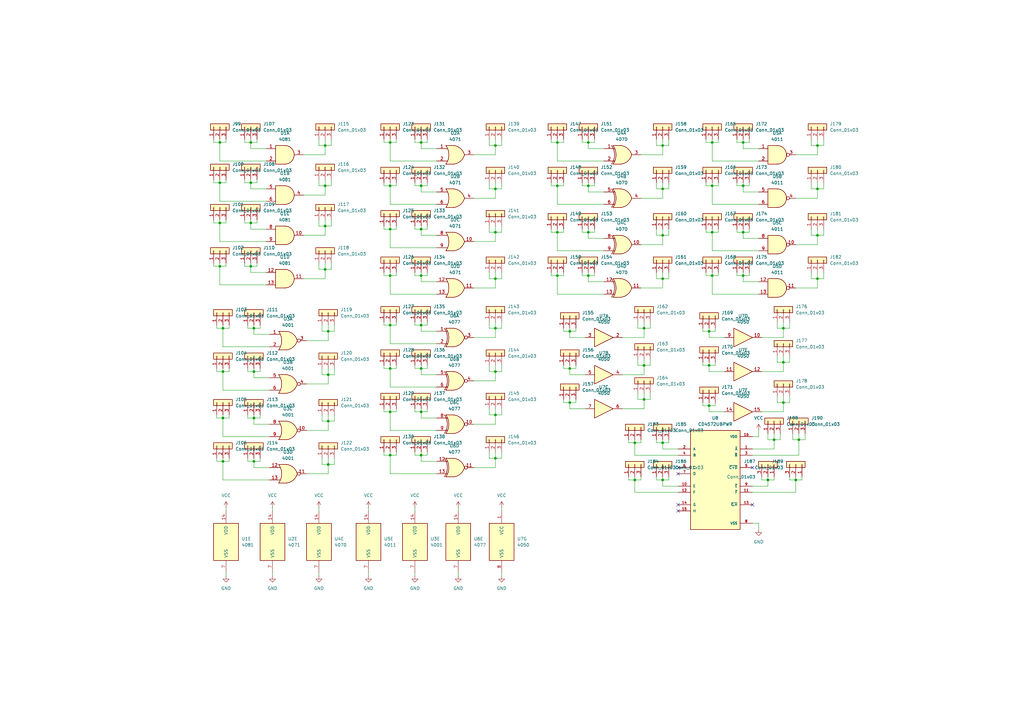
<source format=kicad_sch>
(kicad_sch (version 20220104) (generator eeschema)
  (paper "A3")
  (junction (at 327.66 180.34))
  (junction (at 104.14 189.23))
  (junction (at 91.44 152.4))
  (junction (at 203.2 114.3))
  (junction (at 321.31 134.62))
  (junction (at 233.68 165.1))
  (junction (at 91.44 189.23))
  (junction (at 160.02 93.98))
  (junction (at 271.78 181.61))
  (junction (at 133.35 92.71))
  (junction (at 160.02 76.2))
  (junction (at 321.31 165.1))
  (junction (at 104.14 152.4))
  (junction (at 292.1 95.25))
  (junction (at 264.16 163.83))
  (junction (at 160.02 113.03))
  (junction (at 290.83 166.37))
  (junction (at 304.8 95.25))
  (junction (at 335.28 77.47))
  (junction (at 335.28 114.3))
  (junction (at 228.6 113.03))
  (junction (at 271.78 114.3))
  (junction (at 160.02 186.69))
  (junction (at 228.6 95.25))
  (junction (at 241.3 113.03))
  (junction (at 160.02 151.13))
  (junction (at 241.3 76.2))
  (junction (at 133.35 110.49))
  (junction (at 104.14 134.62))
  (junction (at 172.72 93.98))
  (junction (at 134.62 153.67))
  (junction (at 264.16 134.62))
  (junction (at 90.17 91.44))
  (junction (at 172.72 151.13))
  (junction (at 133.35 59.69))
  (junction (at 203.2 95.25))
  (junction (at 90.17 74.93))
  (junction (at 90.17 109.22))
  (junction (at 134.62 172.72))
  (junction (at 290.83 135.89))
  (junction (at 172.72 168.91))
  (junction (at 203.2 59.69))
  (junction (at 172.72 76.2))
  (junction (at 241.3 58.42))
  (junction (at 160.02 133.35))
  (junction (at 91.44 171.45))
  (junction (at 260.35 181.61))
  (junction (at 90.17 58.42))
  (junction (at 304.8 113.03))
  (junction (at 102.87 74.93))
  (junction (at 271.78 196.85))
  (junction (at 292.1 113.03))
  (junction (at 304.8 76.2))
  (junction (at 271.78 96.52))
  (junction (at 133.35 76.2))
  (junction (at 203.2 134.62))
  (junction (at 292.1 58.42))
  (junction (at 172.72 113.03))
  (junction (at 335.28 96.52))
  (junction (at 304.8 58.42))
  (junction (at 203.2 170.18))
  (junction (at 228.6 58.42))
  (junction (at 264.16 149.86))
  (junction (at 233.68 135.89))
  (junction (at 317.5 180.34))
  (junction (at 134.62 190.5))
  (junction (at 102.87 109.22))
  (junction (at 203.2 152.4))
  (junction (at 172.72 133.35))
  (junction (at 104.14 171.45))
  (junction (at 271.78 59.69))
  (junction (at 260.35 196.85))
  (junction (at 91.44 134.62))
  (junction (at 134.62 135.89))
  (junction (at 292.1 76.2))
  (junction (at 271.78 77.47))
  (junction (at 321.31 148.59))
  (junction (at 203.2 77.47))
  (junction (at 172.72 186.69))
  (junction (at 102.87 91.44))
  (junction (at 228.6 76.2))
  (junction (at 326.39 196.85))
  (junction (at 102.87 58.42))
  (junction (at 290.83 149.86))
  (junction (at 160.02 168.91))
  (junction (at 160.02 58.42))
  (junction (at 314.96 196.85))
  (junction (at 233.68 151.13))
  (junction (at 172.72 58.42))
  (junction (at 203.2 187.96))
  (junction (at 335.28 59.69))
  (junction (at 241.3 95.25))
  (no_connect (at 308.61 191.77))
  (no_connect (at 278.13 191.77))
  (no_connect (at 308.61 207.01))
  (no_connect (at 278.13 209.55))
  (no_connect (at 278.13 207.01))
  (no_connect (at 278.13 194.31))
  (wire (pts (xy 321.31 165.1) (xy 321.31 162.56)))
  (wire (pts (xy 100.33 74.93) (xy 102.87 74.93)))
  (wire (pts (xy 274.32 77.47) (xy 271.78 77.47)))
  (wire (pts (xy 194.31 191.77) (xy 203.2 191.77)))
  (wire (pts (xy 109.22 111.76) (xy 102.87 111.76)))
  (wire (pts (xy 323.85 132.08) (xy 323.85 134.62)))
  (wire (pts (xy 179.07 96.52) (xy 172.72 96.52)))
  (wire (pts (xy 205.74 185.42) (xy 205.74 187.96)))
  (wire (pts (xy 231.14 165.1) (xy 233.68 165.1)))
  (wire (pts (xy 274.32 114.3) (xy 271.78 114.3)))
  (wire (pts (xy 312.42 168.91) (xy 321.31 168.91)))
  (wire (pts (xy 124.46 96.52) (xy 133.35 96.52)))
  (wire (pts (xy 274.32 111.76) (xy 274.32 114.3)))
  (wire (pts (xy 261.62 132.08) (xy 261.62 134.62)))
  (wire (pts (xy 317.5 180.34) (xy 317.5 177.8)))
  (wire (pts (xy 326.39 81.28) (xy 335.28 81.28)))
  (wire (pts (xy 203.2 95.25) (xy 203.2 92.71)))
  (wire (pts (xy 100.33 57.15) (xy 100.33 58.42)))
  (wire (pts (xy 132.08 151.13) (xy 132.08 153.67)))
  (wire (pts (xy 133.35 96.52) (xy 133.35 92.71)))
  (wire (pts (xy 104.14 134.62) (xy 104.14 133.35)))
  (wire (pts (xy 289.56 113.03) (xy 292.1 113.03)))
  (wire (pts (xy 92.71 58.42) (xy 90.17 58.42)))
  (wire (pts (xy 326.39 201.93) (xy 326.39 196.85)))
  (wire (pts (xy 297.18 168.91) (xy 290.83 168.91)))
  (wire (pts (xy 294.64 113.03) (xy 292.1 113.03)))
  (wire (pts (xy 231.14 57.15) (xy 231.14 58.42)))
  (wire (pts (xy 236.22 149.86) (xy 236.22 151.13)))
  (wire (pts (xy 264.16 134.62) (xy 264.16 132.08)))
  (wire (pts (xy 130.81 107.95) (xy 130.81 110.49)))
  (wire (pts (xy 307.34 113.03) (xy 304.8 113.03)))
  (wire (pts (xy 269.24 195.58) (xy 269.24 196.85)))
  (wire (pts (xy 226.06 58.42) (xy 228.6 58.42)))
  (wire (pts (xy 105.41 58.42) (xy 102.87 58.42)))
  (wire (pts (xy 92.71 109.22) (xy 90.17 109.22)))
  (wire (pts (xy 311.15 120.65) (xy 292.1 120.65)))
  (wire (pts (xy 93.98 170.18) (xy 93.98 171.45)))
  (wire (pts (xy 92.71 107.95) (xy 92.71 109.22)))
  (wire (pts (xy 205.74 152.4) (xy 203.2 152.4)))
  (wire (pts (xy 205.74 114.3) (xy 203.2 114.3)))
  (wire (pts (xy 175.26 111.76) (xy 175.26 113.03)))
  (wire (pts (xy 134.62 135.89) (xy 134.62 133.35)))
  (wire (pts (xy 304.8 95.25) (xy 304.8 93.98)))
  (wire (pts (xy 87.63 107.95) (xy 87.63 109.22)))
  (wire (pts (xy 160.02 158.75) (xy 160.02 151.13)))
  (wire (pts (xy 307.34 74.93) (xy 307.34 76.2)))
  (wire (pts (xy 321.31 134.62) (xy 321.31 132.08)))
  (wire (pts (xy 307.34 111.76) (xy 307.34 113.03)))
  (wire (pts (xy 160.02 101.6) (xy 160.02 93.98)))
  (wire (pts (xy 157.48 92.71) (xy 157.48 93.98)))
  (wire (pts (xy 104.14 154.94) (xy 104.14 152.4)))
  (wire (pts (xy 304.8 60.96) (xy 304.8 58.42)))
  (wire (pts (xy 264.16 163.83) (xy 264.16 161.29)))
  (wire (pts (xy 90.17 74.93) (xy 90.17 73.66)))
  (wire (pts (xy 247.65 60.96) (xy 241.3 60.96)))
  (wire (pts (xy 332.74 93.98) (xy 332.74 96.52)))
  (wire (pts (xy 170.18 76.2) (xy 172.72 76.2)))
  (wire (pts (xy 335.28 81.28) (xy 335.28 77.47)))
  (wire (pts (xy 110.49 142.24) (xy 91.44 142.24)))
  (wire (pts (xy 200.66 114.3) (xy 203.2 114.3)))
  (wire (pts (xy 269.24 111.76) (xy 269.24 114.3)))
  (wire (pts (xy 271.78 118.11) (xy 271.78 114.3)))
  (wire (pts (xy 200.66 92.71) (xy 200.66 95.25)))
  (wire (pts (xy 278.13 184.15) (xy 271.78 184.15)))
  (wire (pts (xy 320.04 177.8) (xy 320.04 180.34)))
  (wire (pts (xy 325.12 177.8) (xy 325.12 180.34)))
  (wire (pts (xy 170.18 93.98) (xy 172.72 93.98)))
  (wire (pts (xy 293.37 165.1) (xy 293.37 166.37)))
  (wire (pts (xy 241.3 97.79) (xy 241.3 95.25)))
  (wire (pts (xy 243.84 111.76) (xy 243.84 113.03)))
  (wire (pts (xy 91.44 160.02) (xy 91.44 152.4)))
  (wire (pts (xy 179.07 78.74) (xy 172.72 78.74)))
  (wire (pts (xy 175.26 57.15) (xy 175.26 58.42)))
  (wire (pts (xy 162.56 186.69) (xy 160.02 186.69)))
  (wire (pts (xy 271.78 184.15) (xy 271.78 181.61)))
  (wire (pts (xy 105.41 90.17) (xy 105.41 91.44)))
  (wire (pts (xy 200.66 167.64) (xy 200.66 170.18)))
  (wire (pts (xy 311.15 97.79) (xy 304.8 97.79)))
  (wire (pts (xy 101.6 187.96) (xy 101.6 189.23)))
  (wire (pts (xy 203.2 77.47) (xy 203.2 74.93)))
  (wire (pts (xy 90.17 82.55) (xy 90.17 74.93)))
  (wire (pts (xy 203.2 152.4) (xy 203.2 149.86)))
  (wire (pts (xy 231.14 135.89) (xy 233.68 135.89)))
  (wire (pts (xy 200.66 134.62) (xy 203.2 134.62)))
  (wire (pts (xy 205.74 149.86) (xy 205.74 152.4)))
  (wire (pts (xy 90.17 66.04) (xy 90.17 58.42)))
  (wire (pts (xy 135.89 92.71) (xy 133.35 92.71)))
  (wire (pts (xy 337.82 93.98) (xy 337.82 96.52)))
  (wire (pts (xy 314.96 196.85) (xy 314.96 195.58)))
  (wire (pts (xy 172.72 96.52) (xy 172.72 93.98)))
  (wire (pts (xy 203.2 187.96) (xy 203.2 185.42)))
  (wire (pts (xy 91.44 196.85) (xy 91.44 189.23)))
  (wire (pts (xy 266.7 163.83) (xy 264.16 163.83)))
  (wire (pts (xy 175.26 186.69) (xy 172.72 186.69)))
  (wire (pts (xy 130.81 234.95) (xy 130.81 236.22)))
  (wire (pts (xy 323.85 134.62) (xy 321.31 134.62)))
  (wire (pts (xy 228.6 95.25) (xy 228.6 93.98)))
  (wire (pts (xy 135.89 107.95) (xy 135.89 110.49)))
  (wire (pts (xy 289.56 76.2) (xy 292.1 76.2)))
  (wire (pts (xy 205.74 95.25) (xy 203.2 95.25)))
  (wire (pts (xy 293.37 148.59) (xy 293.37 149.86)))
  (wire (pts (xy 100.33 107.95) (xy 100.33 109.22)))
  (wire (pts (xy 203.2 138.43) (xy 203.2 134.62)))
  (wire (pts (xy 271.78 63.5) (xy 271.78 59.69)))
  (wire (pts (xy 172.72 58.42) (xy 172.72 57.15)))
  (wire (pts (xy 292.1 76.2) (xy 292.1 74.93)))
  (wire (pts (xy 93.98 152.4) (xy 91.44 152.4)))
  (wire (pts (xy 104.14 191.77) (xy 104.14 189.23)))
  (wire (pts (xy 87.63 90.17) (xy 87.63 91.44)))
  (wire (pts (xy 292.1 83.82) (xy 292.1 76.2)))
  (wire (pts (xy 101.6 152.4) (xy 104.14 152.4)))
  (wire (pts (xy 172.72 168.91) (xy 172.72 167.64)))
  (wire (pts (xy 312.42 152.4) (xy 321.31 152.4)))
  (wire (pts (xy 238.76 57.15) (xy 238.76 58.42)))
  (wire (pts (xy 247.65 120.65) (xy 228.6 120.65)))
  (wire (pts (xy 134.62 157.48) (xy 134.62 153.67)))
  (wire (pts (xy 292.1 95.25) (xy 292.1 93.98)))
  (wire (pts (xy 130.81 110.49) (xy 133.35 110.49)))
  (wire (pts (xy 260.35 201.93) (xy 260.35 196.85)))
  (wire (pts (xy 175.26 58.42) (xy 172.72 58.42)))
  (wire (pts (xy 308.61 201.93) (xy 326.39 201.93)))
  (wire (pts (xy 175.26 92.71) (xy 175.26 93.98)))
  (wire (pts (xy 231.14 76.2) (xy 228.6 76.2)))
  (wire (pts (xy 175.26 149.86) (xy 175.26 151.13)))
  (wire (pts (xy 93.98 171.45) (xy 91.44 171.45)))
  (wire (pts (xy 311.15 176.53) (xy 311.15 179.07)))
  (wire (pts (xy 243.84 58.42) (xy 241.3 58.42)))
  (wire (pts (xy 274.32 181.61) (xy 271.78 181.61)))
  (wire (pts (xy 179.07 158.75) (xy 160.02 158.75)))
  (wire (pts (xy 110.49 173.99) (xy 104.14 173.99)))
  (wire (pts (xy 332.74 77.47) (xy 335.28 77.47)))
  (wire (pts (xy 294.64 76.2) (xy 292.1 76.2)))
  (wire (pts (xy 312.42 196.85) (xy 314.96 196.85)))
  (wire (pts (xy 318.77 148.59) (xy 321.31 148.59)))
  (wire (pts (xy 137.16 135.89) (xy 134.62 135.89)))
  (wire (pts (xy 337.82 59.69) (xy 335.28 59.69)))
  (wire (pts (xy 157.48 168.91) (xy 160.02 168.91)))
  (wire (pts (xy 110.49 154.94) (xy 104.14 154.94)))
  (wire (pts (xy 124.46 63.5) (xy 133.35 63.5)))
  (wire (pts (xy 293.37 134.62) (xy 293.37 135.89)))
  (wire (pts (xy 172.72 186.69) (xy 172.72 185.42)))
  (wire (pts (xy 109.22 77.47) (xy 102.87 77.47)))
  (wire (pts (xy 203.2 156.21) (xy 203.2 152.4)))
  (wire (pts (xy 157.48 93.98) (xy 160.02 93.98)))
  (wire (pts (xy 228.6 113.03) (xy 228.6 111.76)))
  (wire (pts (xy 330.2 180.34) (xy 327.66 180.34)))
  (wire (pts (xy 93.98 187.96) (xy 93.98 189.23)))
  (wire (pts (xy 93.98 133.35) (xy 93.98 134.62)))
  (wire (pts (xy 240.03 167.64) (xy 233.68 167.64)))
  (wire (pts (xy 160.02 151.13) (xy 160.02 149.86)))
  (wire (pts (xy 162.56 57.15) (xy 162.56 58.42)))
  (wire (pts (xy 330.2 177.8) (xy 330.2 180.34)))
  (wire (pts (xy 238.76 93.98) (xy 238.76 95.25)))
  (wire (pts (xy 160.02 66.04) (xy 160.02 58.42)))
  (wire (pts (xy 269.24 196.85) (xy 271.78 196.85)))
  (wire (pts (xy 289.56 58.42) (xy 292.1 58.42)))
  (wire (pts (xy 307.34 76.2) (xy 304.8 76.2)))
  (wire (pts (xy 203.2 118.11) (xy 203.2 114.3)))
  (wire (pts (xy 236.22 134.62) (xy 236.22 135.89)))
  (wire (pts (xy 135.89 76.2) (xy 133.35 76.2)))
  (wire (pts (xy 179.07 120.65) (xy 160.02 120.65)))
  (wire (pts (xy 261.62 149.86) (xy 264.16 149.86)))
  (wire (pts (xy 105.41 73.66) (xy 105.41 74.93)))
  (wire (pts (xy 226.06 93.98) (xy 226.06 95.25)))
  (wire (pts (xy 101.6 189.23) (xy 104.14 189.23)))
  (wire (pts (xy 205.74 77.47) (xy 203.2 77.47)))
  (wire (pts (xy 271.78 81.28) (xy 271.78 77.47)))
  (wire (pts (xy 170.18 234.95) (xy 170.18 236.22)))
  (wire (pts (xy 290.83 138.43) (xy 290.83 135.89)))
  (wire (pts (xy 271.78 100.33) (xy 271.78 96.52)))
  (wire (pts (xy 304.8 113.03) (xy 304.8 111.76)))
  (wire (pts (xy 172.72 153.67) (xy 172.72 151.13)))
  (wire (pts (xy 157.48 132.08) (xy 157.48 133.35)))
  (wire (pts (xy 92.71 208.28) (xy 92.71 209.55)))
  (wire (pts (xy 318.77 146.05) (xy 318.77 148.59)))
  (wire (pts (xy 261.62 161.29) (xy 261.62 163.83)))
  (wire (pts (xy 271.78 77.47) (xy 271.78 74.93)))
  (wire (pts (xy 302.26 58.42) (xy 304.8 58.42)))
  (wire (pts (xy 233.68 165.1) (xy 233.68 163.83)))
  (wire (pts (xy 172.72 60.96) (xy 172.72 58.42)))
  (wire (pts (xy 102.87 93.98) (xy 102.87 91.44)))
  (wire (pts (xy 133.35 63.5) (xy 133.35 59.69)))
  (wire (pts (xy 87.63 91.44) (xy 90.17 91.44)))
  (wire (pts (xy 101.6 134.62) (xy 104.14 134.62)))
  (wire (pts (xy 179.07 171.45) (xy 172.72 171.45)))
  (wire (pts (xy 137.16 172.72) (xy 134.62 172.72)))
  (wire (pts (xy 102.87 109.22) (xy 102.87 107.95)))
  (wire (pts (xy 332.74 57.15) (xy 332.74 59.69)))
  (wire (pts (xy 321.31 168.91) (xy 321.31 165.1)))
  (wire (pts (xy 226.06 74.93) (xy 226.06 76.2)))
  (wire (pts (xy 269.24 77.47) (xy 271.78 77.47)))
  (wire (pts (xy 133.35 76.2) (xy 133.35 73.66)))
  (wire (pts (xy 247.65 83.82) (xy 228.6 83.82)))
  (wire (pts (xy 194.31 81.28) (xy 203.2 81.28)))
  (wire (pts (xy 231.14 58.42) (xy 228.6 58.42)))
  (wire (pts (xy 262.89 81.28) (xy 271.78 81.28)))
  (wire (pts (xy 170.18 113.03) (xy 172.72 113.03)))
  (wire (pts (xy 321.31 138.43) (xy 321.31 134.62)))
  (wire (pts (xy 203.2 173.99) (xy 203.2 170.18)))
  (wire (pts (xy 133.35 59.69) (xy 133.35 57.15)))
  (wire (pts (xy 326.39 196.85) (xy 326.39 195.58)))
  (wire (pts (xy 274.32 74.93) (xy 274.32 77.47)))
  (wire (pts (xy 236.22 151.13) (xy 233.68 151.13)))
  (wire (pts (xy 264.16 138.43) (xy 264.16 134.62)))
  (wire (pts (xy 170.18 58.42) (xy 172.72 58.42)))
  (wire (pts (xy 241.3 78.74) (xy 241.3 76.2)))
  (wire (pts (xy 266.7 132.08) (xy 266.7 134.62)))
  (wire (pts (xy 205.74 57.15) (xy 205.74 59.69)))
  (wire (pts (xy 269.24 96.52) (xy 271.78 96.52)))
  (wire (pts (xy 274.32 57.15) (xy 274.32 59.69)))
  (wire (pts (xy 194.31 156.21) (xy 203.2 156.21)))
  (wire (pts (xy 170.18 186.69) (xy 172.72 186.69)))
  (wire (pts (xy 262.89 196.85) (xy 260.35 196.85)))
  (wire (pts (xy 261.62 163.83) (xy 264.16 163.83)))
  (wire (pts (xy 247.65 97.79) (xy 241.3 97.79)))
  (wire (pts (xy 311.15 214.63) (xy 311.15 217.17)))
  (wire (pts (xy 304.8 78.74) (xy 304.8 76.2)))
  (wire (pts (xy 302.26 76.2) (xy 304.8 76.2)))
  (wire (pts (xy 318.77 162.56) (xy 318.77 165.1)))
  (wire (pts (xy 88.9 189.23) (xy 91.44 189.23)))
  (wire (pts (xy 106.68 133.35) (xy 106.68 134.62)))
  (wire (pts (xy 91.44 142.24) (xy 91.44 134.62)))
  (wire (pts (xy 175.26 93.98) (xy 172.72 93.98)))
  (wire (pts (xy 205.74 134.62) (xy 203.2 134.62)))
  (wire (pts (xy 101.6 133.35) (xy 101.6 134.62)))
  (wire (pts (xy 228.6 66.04) (xy 228.6 58.42)))
  (wire (pts (xy 179.07 194.31) (xy 160.02 194.31)))
  (wire (pts (xy 132.08 133.35) (xy 132.08 135.89)))
  (wire (pts (xy 203.2 114.3) (xy 203.2 111.76)))
  (wire (pts (xy 134.62 176.53) (xy 134.62 172.72)))
  (wire (pts (xy 271.78 196.85) (xy 271.78 195.58)))
  (wire (pts (xy 292.1 102.87) (xy 292.1 95.25)))
  (wire (pts (xy 157.48 111.76) (xy 157.48 113.03)))
  (wire (pts (xy 172.72 78.74) (xy 172.72 76.2)))
  (wire (pts (xy 294.64 111.76) (xy 294.64 113.03)))
  (wire (pts (xy 162.56 132.08) (xy 162.56 133.35)))
  (wire (pts (xy 157.48 186.69) (xy 160.02 186.69)))
  (wire (pts (xy 337.82 57.15) (xy 337.82 59.69)))
  (wire (pts (xy 257.81 196.85) (xy 260.35 196.85)))
  (wire (pts (xy 320.04 180.34) (xy 317.5 180.34)))
  (wire (pts (xy 162.56 74.93) (xy 162.56 76.2)))
  (wire (pts (xy 130.81 208.28) (xy 130.81 209.55)))
  (wire (pts (xy 130.81 73.66) (xy 130.81 76.2)))
  (wire (pts (xy 179.07 135.89) (xy 172.72 135.89)))
  (wire (pts (xy 125.73 194.31) (xy 134.62 194.31)))
  (wire (pts (xy 105.41 107.95) (xy 105.41 109.22)))
  (wire (pts (xy 243.84 76.2) (xy 241.3 76.2)))
  (wire (pts (xy 109.22 99.06) (xy 90.17 99.06)))
  (wire (pts (xy 179.07 189.23) (xy 172.72 189.23)))
  (wire (pts (xy 111.76 234.95) (xy 111.76 236.22)))
  (wire (pts (xy 162.56 111.76) (xy 162.56 113.03)))
  (wire (pts (xy 194.31 138.43) (xy 203.2 138.43)))
  (wire (pts (xy 288.29 149.86) (xy 290.83 149.86)))
  (wire (pts (xy 93.98 151.13) (xy 93.98 152.4)))
  (wire (pts (xy 321.31 148.59) (xy 321.31 146.05)))
  (wire (pts (xy 172.72 151.13) (xy 172.72 149.86)))
  (wire (pts (xy 101.6 170.18) (xy 101.6 171.45)))
  (wire (pts (xy 308.61 214.63) (xy 311.15 214.63)))
  (wire (pts (xy 335.28 63.5) (xy 335.28 59.69)))
  (wire (pts (xy 311.15 115.57) (xy 304.8 115.57)))
  (wire (pts (xy 106.68 152.4) (xy 104.14 152.4)))
  (wire (pts (xy 302.26 93.98) (xy 302.26 95.25)))
  (wire (pts (xy 91.44 179.07) (xy 91.44 171.45)))
  (wire (pts (xy 335.28 114.3) (xy 335.28 111.76)))
  (wire (pts (xy 289.56 57.15) (xy 289.56 58.42)))
  (wire (pts (xy 228.6 120.65) (xy 228.6 113.03)))
  (wire (pts (xy 134.62 194.31) (xy 134.62 190.5)))
  (wire (pts (xy 269.24 180.34) (xy 269.24 181.61)))
  (wire (pts (xy 240.03 138.43) (xy 233.68 138.43)))
  (wire (pts (xy 266.7 161.29) (xy 266.7 163.83)))
  (wire (pts (xy 247.65 66.04) (xy 228.6 66.04)))
  (wire (pts (xy 233.68 138.43) (xy 233.68 135.89)))
  (wire (pts (xy 294.64 95.25) (xy 292.1 95.25)))
  (wire (pts (xy 102.87 74.93) (xy 102.87 73.66)))
  (wire (pts (xy 106.68 171.45) (xy 104.14 171.45)))
  (wire (pts (xy 255.27 167.64) (xy 264.16 167.64)))
  (wire (pts (xy 160.02 58.42) (xy 160.02 57.15)))
  (wire (pts (xy 278.13 199.39) (xy 271.78 199.39)))
  (wire (pts (xy 194.31 99.06) (xy 203.2 99.06)))
  (wire (pts (xy 132.08 135.89) (xy 134.62 135.89)))
  (wire (pts (xy 321.31 152.4) (xy 321.31 148.59)))
  (wire (pts (xy 135.89 90.17) (xy 135.89 92.71)))
  (wire (pts (xy 179.07 101.6) (xy 160.02 101.6)))
  (wire (pts (xy 205.74 167.64) (xy 205.74 170.18)))
  (wire (pts (xy 90.17 91.44) (xy 90.17 90.17)))
  (wire (pts (xy 231.14 95.25) (xy 228.6 95.25)))
  (wire (pts (xy 137.16 187.96) (xy 137.16 190.5)))
  (wire (pts (xy 87.63 74.93) (xy 90.17 74.93)))
  (wire (pts (xy 314.96 177.8) (xy 314.96 180.34)))
  (wire (pts (xy 172.72 113.03) (xy 172.72 111.76)))
  (wire (pts (xy 157.48 133.35) (xy 160.02 133.35)))
  (wire (pts (xy 290.83 166.37) (xy 290.83 165.1)))
  (wire (pts (xy 133.35 92.71) (xy 133.35 90.17)))
  (wire (pts (xy 109.22 66.04) (xy 90.17 66.04)))
  (wire (pts (xy 269.24 57.15) (xy 269.24 59.69)))
  (wire (pts (xy 243.84 93.98) (xy 243.84 95.25)))
  (wire (pts (xy 91.44 171.45) (xy 91.44 170.18)))
  (wire (pts (xy 203.2 191.77) (xy 203.2 187.96)))
  (wire (pts (xy 231.14 163.83) (xy 231.14 165.1)))
  (wire (pts (xy 160.02 93.98) (xy 160.02 92.71)))
  (wire (pts (xy 260.35 196.85) (xy 260.35 195.58)))
  (wire (pts (xy 290.83 135.89) (xy 290.83 134.62)))
  (wire (pts (xy 335.28 100.33) (xy 335.28 96.52)))
  (wire (pts (xy 157.48 151.13) (xy 160.02 151.13)))
  (wire (pts (xy 302.26 57.15) (xy 302.26 58.42)))
  (wire (pts (xy 264.16 153.67) (xy 264.16 149.86)))
  (wire (pts (xy 160.02 140.97) (xy 160.02 133.35)))
  (wire (pts (xy 323.85 162.56) (xy 323.85 165.1)))
  (wire (pts (xy 255.27 138.43) (xy 264.16 138.43)))
  (wire (pts (xy 101.6 171.45) (xy 104.14 171.45)))
  (wire (pts (xy 157.48 74.93) (xy 157.48 76.2)))
  (wire (pts (xy 90.17 109.22) (xy 90.17 107.95)))
  (wire (pts (xy 337.82 96.52) (xy 335.28 96.52)))
  (wire (pts (xy 335.28 59.69) (xy 335.28 57.15)))
  (wire (pts (xy 304.8 76.2) (xy 304.8 74.93)))
  (wire (pts (xy 162.56 167.64) (xy 162.56 168.91)))
  (wire (pts (xy 238.76 111.76) (xy 238.76 113.03)))
  (wire (pts (xy 205.74 111.76) (xy 205.74 114.3)))
  (wire (pts (xy 241.3 113.03) (xy 241.3 111.76)))
  (wire (pts (xy 318.77 132.08) (xy 318.77 134.62)))
  (wire (pts (xy 111.76 208.28) (xy 111.76 209.55)))
  (wire (pts (xy 205.74 92.71) (xy 205.74 95.25)))
  (wire (pts (xy 228.6 76.2) (xy 228.6 74.93)))
  (wire (pts (xy 241.3 58.42) (xy 241.3 57.15)))
  (wire (pts (xy 160.02 186.69) (xy 160.02 185.42)))
  (wire (pts (xy 170.18 133.35) (xy 172.72 133.35)))
  (wire (pts (xy 231.14 74.93) (xy 231.14 76.2)))
  (wire (pts (xy 233.68 135.89) (xy 233.68 134.62)))
  (wire (pts (xy 294.64 57.15) (xy 294.64 58.42)))
  (wire (pts (xy 88.9 151.13) (xy 88.9 152.4)))
  (wire (pts (xy 304.8 115.57) (xy 304.8 113.03)))
  (wire (pts (xy 172.72 171.45) (xy 172.72 168.91)))
  (wire (pts (xy 102.87 111.76) (xy 102.87 109.22)))
  (wire (pts (xy 233.68 167.64) (xy 233.68 165.1)))
  (wire (pts (xy 200.66 77.47) (xy 203.2 77.47)))
  (wire (pts (xy 274.32 96.52) (xy 271.78 96.52)))
  (wire (pts (xy 175.26 132.08) (xy 175.26 133.35)))
  (wire (pts (xy 311.15 78.74) (xy 304.8 78.74)))
  (wire (pts (xy 110.49 137.16) (xy 104.14 137.16)))
  (wire (pts (xy 241.3 60.96) (xy 241.3 58.42)))
  (wire (pts (xy 92.71 74.93) (xy 90.17 74.93)))
  (wire (pts (xy 157.48 57.15) (xy 157.48 58.42)))
  (wire (pts (xy 292.1 58.42) (xy 292.1 57.15)))
  (wire (pts (xy 151.13 234.95) (xy 151.13 236.22)))
  (wire (pts (xy 262.89 181.61) (xy 260.35 181.61)))
  (wire (pts (xy 157.48 185.42) (xy 157.48 186.69)))
  (wire (pts (xy 332.74 111.76) (xy 332.74 114.3)))
  (wire (pts (xy 261.62 147.32) (xy 261.62 149.86)))
  (wire (pts (xy 134.62 172.72) (xy 134.62 170.18)))
  (wire (pts (xy 304.8 97.79) (xy 304.8 95.25)))
  (wire (pts (xy 179.07 153.67) (xy 172.72 153.67)))
  (wire (pts (xy 179.07 115.57) (xy 172.72 115.57)))
  (wire (pts (xy 175.26 151.13) (xy 172.72 151.13)))
  (wire (pts (xy 257.81 195.58) (xy 257.81 196.85)))
  (wire (pts (xy 133.35 80.01) (xy 133.35 76.2)))
  (wire (pts (xy 262.89 100.33) (xy 271.78 100.33)))
  (wire (pts (xy 304.8 58.42) (xy 304.8 57.15)))
  (wire (pts (xy 308.61 184.15) (xy 317.5 184.15)))
  (wire (pts (xy 200.66 132.08) (xy 200.66 134.62)))
  (wire (pts (xy 327.66 180.34) (xy 327.66 177.8)))
  (wire (pts (xy 271.78 96.52) (xy 271.78 93.98)))
  (wire (pts (xy 179.07 66.04) (xy 160.02 66.04)))
  (wire (pts (xy 293.37 166.37) (xy 290.83 166.37)))
  (wire (pts (xy 101.6 151.13) (xy 101.6 152.4)))
  (wire (pts (xy 200.66 187.96) (xy 203.2 187.96)))
  (wire (pts (xy 205.74 170.18) (xy 203.2 170.18)))
  (wire (pts (xy 109.22 93.98) (xy 102.87 93.98)))
  (wire (pts (xy 327.66 180.34) (xy 327.66 186.69)))
  (wire (pts (xy 109.22 82.55) (xy 90.17 82.55)))
  (wire (pts (xy 90.17 99.06) (xy 90.17 91.44)))
  (wire (pts (xy 307.34 58.42) (xy 304.8 58.42)))
  (wire (pts (xy 137.16 170.18) (xy 137.16 172.72)))
  (wire (pts (xy 293.37 149.86) (xy 290.83 149.86)))
  (wire (pts (xy 311.15 60.96) (xy 304.8 60.96)))
  (wire (pts (xy 205.74 208.28) (xy 205.74 209.55)))
  (wire (pts (xy 337.82 74.93) (xy 337.82 77.47)))
  (wire (pts (xy 302.26 113.03) (xy 304.8 113.03)))
  (wire (pts (xy 170.18 185.42) (xy 170.18 186.69)))
  (wire (pts (xy 274.32 59.69) (xy 271.78 59.69)))
  (wire (pts (xy 337.82 77.47) (xy 335.28 77.47)))
  (wire (pts (xy 262.89 180.34) (xy 262.89 181.61)))
  (wire (pts (xy 203.2 170.18) (xy 203.2 167.64)))
  (wire (pts (xy 135.89 73.66) (xy 135.89 76.2)))
  (wire (pts (xy 231.14 134.62) (xy 231.14 135.89)))
  (wire (pts (xy 247.65 102.87) (xy 228.6 102.87)))
  (wire (pts (xy 311.15 66.04) (xy 292.1 66.04)))
  (wire (pts (xy 92.71 57.15) (xy 92.71 58.42)))
  (wire (pts (xy 175.26 167.64) (xy 175.26 168.91)))
  (wire (pts (xy 205.74 132.08) (xy 205.74 134.62)))
  (wire (pts (xy 257.81 181.61) (xy 260.35 181.61)))
  (wire (pts (xy 314.96 199.39) (xy 314.96 196.85)))
  (wire (pts (xy 231.14 111.76) (xy 231.14 113.03)))
  (wire (pts (xy 175.26 113.03) (xy 172.72 113.03)))
  (wire (pts (xy 87.63 73.66) (xy 87.63 74.93)))
  (wire (pts (xy 105.41 91.44) (xy 102.87 91.44)))
  (wire (pts (xy 231.14 149.86) (xy 231.14 151.13)))
  (wire (pts (xy 238.76 95.25) (xy 241.3 95.25)))
  (wire (pts (xy 130.81 59.69) (xy 133.35 59.69)))
  (wire (pts (xy 323.85 195.58) (xy 323.85 196.85)))
  (wire (pts (xy 132.08 170.18) (xy 132.08 172.72)))
  (wire (pts (xy 132.08 172.72) (xy 134.62 172.72)))
  (wire (pts (xy 92.71 73.66) (xy 92.71 74.93)))
  (wire (pts (xy 318.77 165.1) (xy 321.31 165.1)))
  (wire (pts (xy 106.68 187.96) (xy 106.68 189.23)))
  (wire (pts (xy 160.02 194.31) (xy 160.02 186.69)))
  (wire (pts (xy 162.56 151.13) (xy 160.02 151.13)))
  (wire (pts (xy 335.28 77.47) (xy 335.28 74.93)))
  (wire (pts (xy 100.33 91.44) (xy 102.87 91.44)))
  (wire (pts (xy 260.35 181.61) (xy 260.35 180.34)))
  (wire (pts (xy 93.98 189.23) (xy 91.44 189.23)))
  (wire (pts (xy 125.73 157.48) (xy 134.62 157.48)))
  (wire (pts (xy 100.33 90.17) (xy 100.33 91.44)))
  (wire (pts (xy 323.85 146.05) (xy 323.85 148.59)))
  (wire (pts (xy 288.29 166.37) (xy 290.83 166.37)))
  (wire (pts (xy 102.87 60.96) (xy 102.87 58.42)))
  (wire (pts (xy 325.12 180.34) (xy 327.66 180.34)))
  (wire (pts (xy 172.72 115.57) (xy 172.72 113.03)))
  (wire (pts (xy 162.56 185.42) (xy 162.56 186.69)))
  (wire (pts (xy 231.14 151.13) (xy 233.68 151.13)))
  (wire (pts (xy 233.68 151.13) (xy 233.68 149.86)))
  (wire (pts (xy 312.42 138.43) (xy 321.31 138.43)))
  (wire (pts (xy 137.16 133.35) (xy 137.16 135.89)))
  (wire (pts (xy 243.84 57.15) (xy 243.84 58.42)))
  (wire (pts (xy 90.17 116.84) (xy 90.17 109.22)))
  (wire (pts (xy 87.63 109.22) (xy 90.17 109.22)))
  (wire (pts (xy 269.24 181.61) (xy 271.78 181.61)))
  (wire (pts (xy 278.13 201.93) (xy 260.35 201.93)))
  (wire (pts (xy 137.16 151.13) (xy 137.16 153.67)))
  (wire (pts (xy 238.76 58.42) (xy 241.3 58.42)))
  (wire (pts (xy 194.31 118.11) (xy 203.2 118.11)))
  (wire (pts (xy 326.39 63.5) (xy 335.28 63.5)))
  (wire (pts (xy 262.89 63.5) (xy 271.78 63.5)))
  (wire (pts (xy 226.06 57.15) (xy 226.06 58.42)))
  (wire (pts (xy 317.5 195.58) (xy 317.5 196.85)))
  (wire (pts (xy 311.15 102.87) (xy 292.1 102.87)))
  (wire (pts (xy 314.96 180.34) (xy 317.5 180.34)))
  (wire (pts (xy 228.6 83.82) (xy 228.6 76.2)))
  (wire (pts (xy 104.14 137.16) (xy 104.14 134.62)))
  (wire (pts (xy 236.22 135.89) (xy 233.68 135.89)))
  (wire (pts (xy 335.28 96.52) (xy 335.28 93.98)))
  (wire (pts (xy 311.15 83.82) (xy 292.1 83.82)))
  (wire (pts (xy 162.56 133.35) (xy 160.02 133.35)))
  (wire (pts (xy 240.03 153.67) (xy 233.68 153.67)))
  (wire (pts (xy 179.07 140.97) (xy 160.02 140.97)))
  (wire (pts (xy 307.34 95.25) (xy 304.8 95.25)))
  (wire (pts (xy 110.49 160.02) (xy 91.44 160.02)))
  (wire (pts (xy 172.72 133.35) (xy 172.72 132.08)))
  (wire (pts (xy 326.39 118.11) (xy 335.28 118.11)))
  (wire (pts (xy 100.33 73.66) (xy 100.33 74.93)))
  (wire (pts (xy 170.18 208.28) (xy 170.18 209.55)))
  (wire (pts (xy 102.87 58.42) (xy 102.87 57.15)))
  (wire (pts (xy 124.46 114.3) (xy 133.35 114.3)))
  (wire (pts (xy 293.37 135.89) (xy 290.83 135.89)))
  (wire (pts (xy 88.9 170.18) (xy 88.9 171.45)))
  (wire (pts (xy 274.32 93.98) (xy 274.32 96.52)))
  (wire (pts (xy 175.26 74.93) (xy 175.26 76.2)))
  (wire (pts (xy 226.06 76.2) (xy 228.6 76.2)))
  (wire (pts (xy 200.66 149.86) (xy 200.66 152.4)))
  (wire (pts (xy 132.08 153.67) (xy 134.62 153.67)))
  (wire (pts (xy 104.14 173.99) (xy 104.14 171.45)))
  (wire (pts (xy 88.9 171.45) (xy 91.44 171.45)))
  (wire (pts (xy 160.02 113.03) (xy 160.02 111.76)))
  (wire (pts (xy 170.18 92.71) (xy 170.18 93.98)))
  (wire (pts (xy 135.89 57.15) (xy 135.89 59.69)))
  (wire (pts (xy 290.83 149.86) (xy 290.83 148.59)))
  (wire (pts (xy 288.29 134.62) (xy 288.29 135.89)))
  (wire (pts (xy 247.65 115.57) (xy 241.3 115.57)))
  (wire (pts (xy 326.39 100.33) (xy 335.28 100.33)))
  (wire (pts (xy 317.5 196.85) (xy 314.96 196.85)))
  (wire (pts (xy 162.56 92.71) (xy 162.56 93.98)))
  (wire (pts (xy 323.85 196.85) (xy 326.39 196.85)))
  (wire (pts (xy 194.31 63.5) (xy 203.2 63.5)))
  (wire (pts (xy 308.61 199.39) (xy 314.96 199.39)))
  (wire (pts (xy 157.48 76.2) (xy 160.02 76.2)))
  (wire (pts (xy 247.65 78.74) (xy 241.3 78.74)))
  (wire (pts (xy 170.18 57.15) (xy 170.18 58.42)))
  (wire (pts (xy 172.72 189.23) (xy 172.72 186.69)))
  (wire (pts (xy 110.49 191.77) (xy 104.14 191.77)))
  (wire (pts (xy 226.06 111.76) (xy 226.06 113.03)))
  (wire (pts (xy 157.48 113.03) (xy 160.02 113.03)))
  (wire (pts (xy 92.71 90.17) (xy 92.71 91.44)))
  (wire (pts (xy 266.7 134.62) (xy 264.16 134.62)))
  (wire (pts (xy 236.22 165.1) (xy 233.68 165.1)))
  (wire (pts (xy 179.07 83.82) (xy 160.02 83.82)))
  (wire (pts (xy 289.56 95.25) (xy 292.1 95.25)))
  (wire (pts (xy 170.18 167.64) (xy 170.18 168.91)))
  (wire (pts (xy 271.78 181.61) (xy 271.78 180.34)))
  (wire (pts (xy 269.24 114.3) (xy 271.78 114.3)))
  (wire (pts (xy 137.16 153.67) (xy 134.62 153.67)))
  (wire (pts (xy 205.74 234.95) (xy 205.74 236.22)))
  (wire (pts (xy 337.82 111.76) (xy 337.82 114.3)))
  (wire (pts (xy 172.72 76.2) (xy 172.72 74.93)))
  (wire (pts (xy 132.08 187.96) (xy 132.08 190.5)))
  (wire (pts (xy 109.22 60.96) (xy 102.87 60.96)))
  (wire (pts (xy 102.87 91.44) (xy 102.87 90.17)))
  (wire (pts (xy 269.24 59.69) (xy 271.78 59.69)))
  (wire (pts (xy 205.74 59.69) (xy 203.2 59.69)))
  (wire (pts (xy 302.26 111.76) (xy 302.26 113.03)))
  (wire (pts (xy 200.66 152.4) (xy 203.2 152.4)))
  (wire (pts (xy 274.32 180.34) (xy 274.32 181.61)))
  (wire (pts (xy 288.29 135.89) (xy 290.83 135.89)))
  (wire (pts (xy 134.62 190.5) (xy 134.62 187.96)))
  (wire (pts (xy 110.49 179.07) (xy 91.44 179.07)))
  (wire (pts (xy 297.18 138.43) (xy 290.83 138.43)))
  (wire (pts (xy 261.62 134.62) (xy 264.16 134.62)))
  (wire (pts (xy 241.3 95.25) (xy 241.3 93.98)))
  (wire (pts (xy 104.14 171.45) (xy 104.14 170.18)))
  (wire (pts (xy 302.26 95.25) (xy 304.8 95.25)))
  (wire (pts (xy 175.26 133.35) (xy 172.72 133.35)))
  (wire (pts (xy 170.18 151.13) (xy 172.72 151.13)))
  (wire (pts (xy 289.56 111.76) (xy 289.56 113.03)))
  (wire (pts (xy 87.63 58.42) (xy 90.17 58.42)))
  (wire (pts (xy 200.66 74.93) (xy 200.66 77.47)))
  (wire (pts (xy 179.07 176.53) (xy 160.02 176.53)))
  (wire (pts (xy 91.44 189.23) (xy 91.44 187.96)))
  (wire (pts (xy 308.61 179.07) (xy 311.15 179.07)))
  (wire (pts (xy 124.46 80.01) (xy 133.35 80.01)))
  (wire (pts (xy 151.13 208.28) (xy 151.13 209.55)))
  (wire (pts (xy 179.07 60.96) (xy 172.72 60.96)))
  (wire (pts (xy 125.73 139.7) (xy 134.62 139.7)))
  (wire (pts (xy 233.68 153.67) (xy 233.68 151.13)))
  (wire (pts (xy 106.68 134.62) (xy 104.14 134.62)))
  (wire (pts (xy 170.18 111.76) (xy 170.18 113.03)))
  (wire (pts (xy 90.17 58.42) (xy 90.17 57.15)))
  (wire (pts (xy 203.2 63.5) (xy 203.2 59.69)))
  (wire (pts (xy 292.1 120.65) (xy 292.1 113.03)))
  (wire (pts (xy 157.48 58.42) (xy 160.02 58.42)))
  (wire (pts (xy 292.1 113.03) (xy 292.1 111.76)))
  (wire (pts (xy 134.62 139.7) (xy 134.62 135.89)))
  (wire (pts (xy 289.56 74.93) (xy 289.56 76.2)))
  (wire (pts (xy 288.29 148.59) (xy 288.29 149.86)))
  (wire (pts (xy 137.16 190.5) (xy 134.62 190.5)))
  (wire (pts (xy 271.78 114.3) (xy 271.78 111.76)))
  (wire (pts (xy 106.68 189.23) (xy 104.14 189.23)))
  (wire (pts (xy 157.48 167.64) (xy 157.48 168.91)))
  (wire (pts (xy 130.81 57.15) (xy 130.81 59.69)))
  (wire (pts (xy 162.56 113.03) (xy 160.02 113.03)))
  (wire (pts (xy 160.02 176.53) (xy 160.02 168.91)))
  (wire (pts (xy 317.5 184.15) (xy 317.5 180.34)))
  (wire (pts (xy 100.33 109.22) (xy 102.87 109.22)))
  (wire (pts (xy 264.16 167.64) (xy 264.16 163.83)))
  (wire (pts (xy 266.7 147.32) (xy 266.7 149.86)))
  (wire (pts (xy 238.76 113.03) (xy 241.3 113.03)))
  (wire (pts (xy 243.84 95.25) (xy 241.3 95.25)))
  (wire (pts (xy 87.63 57.15) (xy 87.63 58.42)))
  (wire (pts (xy 160.02 76.2) (xy 160.02 74.93)))
  (wire (pts (xy 187.96 234.95) (xy 187.96 236.22)))
  (wire (pts (xy 203.2 59.69) (xy 203.2 57.15)))
  (wire (pts (xy 172.72 93.98) (xy 172.72 92.71)))
  (wire (pts (xy 203.2 99.06) (xy 203.2 95.25)))
  (wire (pts (xy 200.66 185.42) (xy 200.66 187.96)))
  (wire (pts (xy 332.74 59.69) (xy 335.28 59.69)))
  (wire (pts (xy 255.27 153.67) (xy 264.16 153.67)))
  (wire (pts (xy 297.18 152.4) (xy 290.83 152.4)))
  (wire (pts (xy 200.66 59.69) (xy 203.2 59.69)))
  (wire (pts (xy 175.26 76.2) (xy 172.72 76.2)))
  (wire (pts (xy 160.02 133.35) (xy 160.02 132.08)))
  (wire (pts (xy 109.22 116.84) (xy 90.17 116.84)))
  (wire (pts (xy 92.71 234.95) (xy 92.71 236.22)))
  (wire (pts (xy 175.26 168.91) (xy 172.72 168.91)))
  (wire (pts (xy 88.9 152.4) (xy 91.44 152.4)))
  (wire (pts (xy 88.9 134.62) (xy 91.44 134.62)))
  (wire (pts (xy 200.66 95.25) (xy 203.2 95.25)))
  (wire (pts (xy 328.93 196.85) (xy 326.39 196.85)))
  (wire (pts (xy 162.56 149.86) (xy 162.56 151.13)))
  (wire (pts (xy 162.56 168.91) (xy 160.02 168.91)))
  (wire (pts (xy 308.61 186.69) (xy 327.66 186.69)))
  (wire (pts (xy 332.74 114.3) (xy 335.28 114.3)))
  (wire (pts (xy 243.84 74.93) (xy 243.84 76.2)))
  (wire (pts (xy 294.64 74.93) (xy 294.64 76.2)))
  (wire (pts (xy 88.9 133.35) (xy 88.9 134.62)))
  (wire (pts (xy 292.1 66.04) (xy 292.1 58.42)))
  (wire (pts (xy 135.89 59.69) (xy 133.35 59.69)))
  (wire (pts (xy 269.24 74.93) (xy 269.24 77.47)))
  (wire (pts (xy 289.56 93.98) (xy 289.56 95.25)))
  (wire (pts (xy 200.66 111.76) (xy 200.66 114.3)))
  (wire (pts (xy 105.41 109.22) (xy 102.87 109.22)))
  (wire (pts (xy 274.32 196.85) (xy 271.78 196.85)))
  (wire (pts (xy 290.83 152.4) (xy 290.83 149.86)))
  (wire (pts (xy 307.34 93.98) (xy 307.34 95.25)))
  (wire (pts (xy 238.76 76.2) (xy 241.3 76.2)))
  (wire (pts (xy 104.14 189.23) (xy 104.14 187.96)))
  (wire (pts (xy 157.48 149.86) (xy 157.48 151.13)))
  (wire (pts (xy 226.06 113.03) (xy 228.6 113.03)))
  (wire (pts (xy 104.14 152.4) (xy 104.14 151.13)))
  (wire (pts (xy 328.93 195.58) (xy 328.93 196.85)))
  (wire (pts (xy 236.22 163.83) (xy 236.22 165.1)))
  (wire (pts (xy 205.74 74.93) (xy 205.74 77.47)))
  (wire (pts (xy 172.72 135.89) (xy 172.72 133.35)))
  (wire (pts (xy 130.81 76.2) (xy 133.35 76.2)))
  (wire (pts (xy 335.28 118.11) (xy 335.28 114.3)))
  (wire (pts (xy 91.44 134.62) (xy 91.44 133.35)))
  (wire (pts (xy 134.62 153.67) (xy 134.62 151.13)))
  (wire (pts (xy 269.24 93.98) (xy 269.24 96.52)))
  (wire (pts (xy 100.33 58.42) (xy 102.87 58.42)))
  (wire (pts (xy 274.32 195.58) (xy 274.32 196.85)))
  (wire (pts (xy 130.81 90.17) (xy 130.81 92.71)))
  (wire (pts (xy 262.89 195.58) (xy 262.89 196.85)))
  (wire (pts (xy 187.96 208.28) (xy 187.96 209.55)))
  (wire (pts (xy 133.35 114.3) (xy 133.35 110.49)))
  (wire (pts (xy 294.64 93.98) (xy 294.64 95.25)))
  (wire (pts (xy 238.76 74.93) (xy 238.76 76.2)))
  (wire (pts (xy 130.81 92.71) (xy 133.35 92.71)))
  (wire (pts (xy 262.89 118.11) (xy 271.78 118.11)))
  (wire (pts (xy 162.56 93.98) (xy 160.02 93.98)))
  (wire (pts (xy 162.56 58.42) (xy 160.02 58.42)))
  (wire (pts (xy 271.78 199.39) (xy 271.78 196.85)))
  (wire (pts (xy 160.02 120.65) (xy 160.02 113.03)))
  (wire (pts (xy 135.89 110.49) (xy 133.35 110.49)))
  (wire (pts (xy 160.02 83.82) (xy 160.02 76.2)))
  (wire (pts (xy 205.74 187.96) (xy 203.2 187.96)))
  (wire (pts (xy 175.26 185.42) (xy 175.26 186.69)))
  (wire (pts (xy 260.35 186.69) (xy 260.35 181.61)))
  (wire (pts (xy 162.56 76.2) (xy 160.02 76.2)))
  (wire (pts (xy 93.98 134.62) (xy 91.44 134.62)))
  (wire (pts (xy 241.3 76.2) (xy 241.3 74.93)))
  (wire (pts (xy 160.02 168.91) (xy 160.02 167.64)))
  (wire (pts (xy 133.35 110.49) (xy 133.35 107.95)))
  (wire (pts (xy 203.2 81.28) (xy 203.2 77.47)))
  (wire (pts (xy 105.41 57.15) (xy 105.41 58.42)))
  (wire (pts (xy 106.68 170.18) (xy 106.68 171.45)))
  (wire (pts (xy 170.18 168.91) (xy 172.72 168.91)))
  (wire (pts (xy 170.18 132.08) (xy 170.18 133.35)))
  (wire (pts (xy 228.6 102.87) (xy 228.6 95.25)))
  (wire (pts (xy 203.2 134.62) (xy 203.2 132.08)))
  (wire (pts (xy 243.84 113.03) (xy 241.3 113.03)))
  (wire (pts (xy 294.64 58.42) (xy 292.1 58.42)))
  (wire (pts (xy 266.7 149.86) (xy 264.16 149.86)))
  (wire (pts (xy 110.49 196.85) (xy 91.44 196.85)))
  (wire (pts (xy 318.77 134.62) (xy 321.31 134.62)))
  (wire (pts (xy 323.85 165.1) (xy 321.31 165.1)))
  (wire (pts (xy 106.68 151.13) (xy 106.68 152.4)))
  (wire (pts (xy 307.34 57.15) (xy 307.34 58.42)))
  (wire (pts (xy 231.14 113.03) (xy 228.6 113.03)))
  (wire (pts (xy 170.18 74.93) (xy 170.18 76.2)))
  (wire (pts (xy 125.73 176.53) (xy 134.62 176.53)))
  (wire (pts (xy 302.26 74.93) (xy 302.26 76.2)))
  (wire (pts (xy 241.3 115.57) (xy 241.3 113.03)))
  (wire (pts (xy 264.16 149.86) (xy 264.16 147.32)))
  (wire (pts (xy 88.9 187.96) (xy 88.9 189.23)))
  (wire (pts (xy 91.44 152.4) (xy 91.44 151.13)))
  (wire (pts (xy 323.85 148.59) (xy 321.31 148.59)))
  (wire (pts (xy 231.14 93.98) (xy 231.14 95.25)))
  (wire (pts (xy 332.74 96.52) (xy 335.28 96.52)))
  (wire (pts (xy 200.66 170.18) (xy 203.2 170.18)))
  (wire (pts (xy 257.81 180.34) (xy 257.81 181.61)))
  (wire (pts (xy 132.08 190.5) (xy 134.62 190.5)))
  (wire (pts (xy 105.41 74.93) (xy 102.87 74.93)))
  (wire (pts (xy 288.29 165.1) (xy 288.29 166.37)))
  (wire (pts (xy 271.78 59.69) (xy 271.78 57.15)))
  (wire (pts (xy 226.06 95.25) (xy 228.6 95.25)))
  (wire (pts (xy 194.31 173.99) (xy 203.2 173.99)))
  (wire (pts (xy 332.74 74.93) (xy 332.74 77.47)))
  (wire (pts (xy 337.82 114.3) (xy 335.28 114.3)))
  (wire (pts (xy 228.6 58.42) (xy 228.6 57.15)))
  (wire (pts (xy 102.87 77.47) (xy 102.87 74.93)))
  (wire (pts (xy 312.42 195.58) (xy 312.42 196.85)))
  (wire (pts (xy 170.18 149.86) (xy 170.18 151.13)))
  (wire (pts (xy 278.13 186.69) (xy 260.35 186.69)))
  (wire (pts (xy 92.71 91.44) (xy 90.17 91.44)))
  (wire (pts (xy 200.66 57.15) (xy 200.66 59.69)))
  (wire (pts (xy 290.83 168.91) (xy 290.83 166.37)))
  (symbol (lib_id "Connector_Generic:Conn_01x03") (at 134.62 128.27 90) (unit 1)
    (property "Reference" "J119" (at 139.7 126.9999 90) (effects (justify right)))
    (property "Value" "Conn_01x03" (at 139.7 129.5399 90) (effects (justify right)))
    (property "Footprint" "Connector_PinSocket_2.54mm:PinSocket_1x03_P2.54mm_Vertical" (effects hide))
  )
  (symbol (lib_id "Connector_Generic:Conn_01x03") (at 160.02 127 90) (unit 1)
    (property "Reference" "J127" (at 165.1 125.7299 90) (effects (justify right)))
    (property "Value" "Conn_01x03" (at 165.1 128.2699 90) (effects (justify right)))
    (property "Footprint" "Connector_PinSocket_2.54mm:PinSocket_1x03_P2.54mm_Vertical" (effects hide))
  )
  (symbol (lib_id "4xxx:4050") (at 247.65 138.43 0) (unit 1)
    (property "Reference" "U7" (at 247.65 129.54 0))
    (property "Value" "4050" (at 247.65 132.08 0))
    (property "Footprint" "Package_DIP:DIP-16_W7.62mm" (effects hide))
    (property "Datasheet" "http://www.intersil.com/content/dam/intersil/documents/cd40/cd4050bms.pdf" (effects hide))
  )
  (symbol (lib_id "4xxx:4077") (at 187.96 222.25 0) (unit 5)
    (property "Reference" "U6" (at 194.31 220.9799 0) (effects (justify left)))
    (property "Value" "4077" (at 194.31 223.5199 0) (effects (justify left)))
    (property "Footprint" "Package_DIP:DIP-14_W7.62mm" (effects hide))
    (property "Datasheet" "http://www.intersil.com/content/dam/Intersil/documents/cd40/cd4076bms.pdf" (effects hide))
  )
  (symbol (lib_id "4xxx:4070") (at 255.27 63.5 0) (unit 1)
    (property "Reference" "U4" (at 254.9652 54.61 0))
    (property "Value" "4070" (at 254.9652 57.15 0))
    (property "Footprint" "Package_DIP:DIP-14_W7.62mm" (effects hide))
    (property "Datasheet" "http://www.intersil.com/content/dam/Intersil/documents/cd40/cd4070bms-77bms.pdf" (effects hide))
  )
  (symbol (lib_id "power:VCC") (at 311.15 176.53 0) (unit 1)
    (property "Reference" "#PWR0144" (effects hide))
    (property "Value" "VCC" (at 311.15 171.45 0))
  )
  (symbol (lib_id "Connector_Generic:Conn_01x03") (at 335.28 88.9 90) (unit 1)
    (property "Reference" "J181" (at 340.36 87.6299 90) (effects (justify right)))
    (property "Value" "Conn_01x03" (at 340.36 90.1699 90) (effects (justify right)))
    (property "Footprint" "Connector_PinSocket_2.54mm:PinSocket_1x03_P2.54mm_Vertical" (effects hide))
  )
  (symbol (lib_id "Connector_Generic:Conn_01x03") (at 314.96 190.5 270) (mirror x) (unit 1)
    (property "Reference" "J187" (at 309.88 189.2299 90) (effects (justify right)))
    (property "Value" "Conn_01x03" (at 309.88 195.58 90) (effects (justify right)))
    (property "Footprint" "Connector_PinSocket_2.54mm:PinSocket_1x03_P2.54mm_Vertical" (effects hide))
  )
  (symbol (lib_id "Connector_Generic:Conn_01x03") (at 304.8 52.07 90) (unit 1)
    (property "Reference" "J172" (at 309.88 50.7999 90) (effects (justify right)))
    (property "Value" "Conn_01x03" (at 309.88 53.3399 90) (effects (justify right)))
    (property "Footprint" "Connector_PinSocket_2.54mm:PinSocket_1x03_P2.54mm_Vertical" (effects hide))
  )
  (symbol (lib_id "4xxx:4050") (at 304.8 138.43 0) (unit 4)
    (property "Reference" "U7" (at 304.8 129.54 0))
    (property "Value" "4050" (at 304.8 132.08 0))
    (property "Footprint" "Package_DIP:DIP-16_W7.62mm" (effects hide))
    (property "Datasheet" "http://www.intersil.com/content/dam/intersil/documents/cd40/cd4050bms.pdf" (effects hide))
  )
  (symbol (lib_id "4xxx:4081") (at 116.84 114.3 0) (unit 4)
    (property "Reference" "U1" (at 116.84 105.41 0))
    (property "Value" "4081" (at 116.84 107.95 0))
    (property "Footprint" "Package_DIP:DIP-14_W7.62mm" (effects hide))
    (property "Datasheet" "http://www.intersil.com/content/dam/Intersil/documents/cd40/cd4073bms-81bms-82bms.pdf" (effects hide))
  )
  (symbol (lib_id "Connector_Generic:Conn_01x03") (at 271.78 69.85 90) (unit 1)
    (property "Reference" "J159" (at 276.86 68.5799 90) (effects (justify right)))
    (property "Value" "Conn_01x03" (at 276.86 71.1199 90) (effects (justify right)))
    (property "Footprint" "Connector_PinSocket_2.54mm:PinSocket_1x03_P2.54mm_Vertical" (effects hide))
  )
  (symbol (lib_id "4xxx:4001") (at 118.11 194.31 0) (unit 4)
    (property "Reference" "U3" (at 118.11 185.42 0))
    (property "Value" "4001" (at 118.11 187.96 0))
    (property "Footprint" "Package_DIP:DIP-14_W7.62mm" (effects hide))
    (property "Datasheet" "http://www.intersil.com/content/dam/Intersil/documents/cd40/cd4000bms-01bms-02bms-25bms.pdf" (effects hide))
  )
  (symbol (lib_id "Connector_Generic:Conn_01x03") (at 292.1 52.07 90) (unit 1)
    (property "Reference" "J165" (at 297.18 50.7999 90) (effects (justify right)))
    (property "Value" "Conn_01x03" (at 297.18 53.3399 90) (effects (justify right)))
    (property "Footprint" "Connector_PinSocket_2.54mm:PinSocket_1x03_P2.54mm_Vertical" (effects hide))
  )
  (symbol (lib_id "Connector_Generic:Conn_01x03") (at 271.78 106.68 90) (unit 1)
    (property "Reference" "J161" (at 276.86 105.4099 90) (effects (justify right)))
    (property "Value" "Conn_01x03" (at 276.86 107.9499 90) (effects (justify right)))
    (property "Footprint" "Connector_PinSocket_2.54mm:PinSocket_1x03_P2.54mm_Vertical" (effects hide))
  )
  (symbol (lib_id "Connector_Generic:Conn_01x03") (at 335.28 69.85 90) (unit 1)
    (property "Reference" "J180" (at 340.36 68.5799 90) (effects (justify right)))
    (property "Value" "Conn_01x03" (at 340.36 71.1199 90) (effects (justify right)))
    (property "Footprint" "Connector_PinSocket_2.54mm:PinSocket_1x03_P2.54mm_Vertical" (effects hide))
  )
  (symbol (lib_id "Connector_Generic:Conn_01x03") (at 233.68 158.75 90) (unit 1)
    (property "Reference" "J157" (at 238.76 157.4799 90) (effects (justify right)))
    (property "Value" "Conn_01x03" (at 238.76 160.0199 90) (effects (justify right)))
    (property "Footprint" "Connector_PinSocket_2.54mm:PinSocket_1x03_P2.54mm_Vertical" (effects hide))
  )
  (symbol (lib_id "Connector_Generic:Conn_01x03") (at 102.87 102.87 90) (unit 1)
    (property "Reference" "J110" (at 107.95 101.5999 90) (effects (justify right)))
    (property "Value" "Conn_01x03" (at 107.95 104.1399 90) (effects (justify right)))
    (property "Footprint" "Connector_PinSocket_2.54mm:PinSocket_1x03_P2.54mm_Vertical" (effects hide))
  )
  (symbol (lib_id "Connector_Generic:Conn_01x03") (at 290.83 129.54 90) (unit 1)
    (property "Reference" "J169" (at 295.91 128.2699 90) (effects (justify right)))
    (property "Value" "Conn_01x03" (at 295.91 130.8099 90) (effects (justify right)))
    (property "Footprint" "Connector_PinSocket_2.54mm:PinSocket_1x03_P2.54mm_Vertical" (effects hide))
  )
  (symbol (lib_id "Connector_Generic:Conn_01x03") (at 304.8 106.68 90) (unit 1)
    (property "Reference" "J175" (at 309.88 105.4099 90) (effects (justify right)))
    (property "Value" "Conn_01x03" (at 309.88 107.9499 90) (effects (justify right)))
    (property "Footprint" "Connector_PinSocket_2.54mm:PinSocket_1x03_P2.54mm_Vertical" (effects hide))
  )
  (symbol (lib_id "Connector_Generic:Conn_01x03") (at 134.62 165.1 90) (unit 1)
    (property "Reference" "J121" (at 139.7 163.8299 90) (effects (justify right)))
    (property "Value" "Conn_01x03" (at 139.7 166.3699 90) (effects (justify right)))
    (property "Footprint" "Connector_PinSocket_2.54mm:PinSocket_1x03_P2.54mm_Vertical" (effects hide))
  )
  (symbol (lib_id "Connector_Generic:Conn_01x03") (at 321.31 140.97 90) (unit 1)
    (property "Reference" "J177" (at 326.39 139.6999 90) (effects (justify right)))
    (property "Value" "Conn_01x03" (at 326.39 142.2399 90) (effects (justify right)))
    (property "Footprint" "Connector_PinSocket_2.54mm:PinSocket_1x03_P2.54mm_Vertical" (effects hide))
  )
  (symbol (lib_id "Connector_Generic:Conn_01x03") (at 228.6 88.9 90) (unit 1)
    (property "Reference" "J149" (at 233.68 87.6299 90) (effects (justify right)))
    (property "Value" "Conn_01x03" (at 233.68 90.1699 90) (effects (justify right)))
    (property "Footprint" "Connector_PinSocket_2.54mm:PinSocket_1x03_P2.54mm_Vertical" (effects hide))
  )
  (symbol (lib_id "Connector_Generic:Conn_01x03") (at 160.02 69.85 90) (unit 1)
    (property "Reference" "J124" (at 165.1 68.5799 90) (effects (justify right)))
    (property "Value" "Conn_01x03" (at 165.1 71.1199 90) (effects (justify right)))
    (property "Footprint" "Connector_PinSocket_2.54mm:PinSocket_1x03_P2.54mm_Vertical" (effects hide))
  )
  (symbol (lib_id "Connector_Generic:Conn_01x03") (at 203.2 87.63 90) (unit 1)
    (property "Reference" "J141" (at 208.28 86.3599 90) (effects (justify right)))
    (property "Value" "Conn_01x03" (at 208.28 88.8999 90) (effects (justify right)))
    (property "Footprint" "Connector_PinSocket_2.54mm:PinSocket_1x03_P2.54mm_Vertical" (effects hide))
  )
  (symbol (lib_id "Connector_Generic:Conn_01x03") (at 203.2 144.78 90) (unit 1)
    (property "Reference" "J144" (at 208.28 143.5099 90) (effects (justify right)))
    (property "Value" "Conn_01x03" (at 208.28 146.0499 90) (effects (justify right)))
    (property "Footprint" "Connector_PinSocket_2.54mm:PinSocket_1x03_P2.54mm_Vertical" (effects hide))
  )
  (symbol (lib_id "Connector_Generic:Conn_01x03") (at 292.1 88.9 90) (unit 1)
    (property "Reference" "J167" (at 297.18 87.6299 90) (effects (justify right)))
    (property "Value" "Conn_01x03" (at 297.18 90.1699 90) (effects (justify right)))
    (property "Footprint" "Connector_PinSocket_2.54mm:PinSocket_1x03_P2.54mm_Vertical" (effects hide))
  )
  (symbol (lib_id "4xxx:4077") (at 186.69 191.77 0) (unit 4)
    (property "Reference" "U6" (at 186.3852 182.88 0))
    (property "Value" "4077" (at 186.3852 185.42 0))
    (property "Footprint" "Package_DIP:DIP-14_W7.62mm" (effects hide))
    (property "Datasheet" "http://www.intersil.com/content/dam/Intersil/documents/cd40/cd4076bms.pdf" (effects hide))
  )
  (symbol (lib_id "Connector_Generic:Conn_01x03") (at 271.78 88.9 90) (unit 1)
    (property "Reference" "J160" (at 276.86 87.6299 90) (effects (justify right)))
    (property "Value" "Conn_01x03" (at 276.86 90.1699 90) (effects (justify right)))
    (property "Footprint" "Connector_PinSocket_2.54mm:PinSocket_1x03_P2.54mm_Vertical" (effects hide))
  )
  (symbol (lib_id "Connector_Generic:Conn_01x03") (at 304.8 69.85 90) (unit 1)
    (property "Reference" "J173" (at 309.88 68.5799 90) (effects (justify right)))
    (property "Value" "Conn_01x03" (at 309.88 71.1199 90) (effects (justify right)))
    (property "Footprint" "Connector_PinSocket_2.54mm:PinSocket_1x03_P2.54mm_Vertical" (effects hide))
  )
  (symbol (lib_id "4xxx:4077") (at 186.69 156.21 0) (unit 2)
    (property "Reference" "U6" (at 186.3852 147.32 0))
    (property "Value" "4077" (at 186.3852 149.86 0))
    (property "Footprint" "Package_DIP:DIP-14_W7.62mm" (effects hide))
    (property "Datasheet" "http://www.intersil.com/content/dam/Intersil/documents/cd40/cd4076bms.pdf" (effects hide))
  )
  (symbol (lib_id "Connector_Generic:Conn_01x03") (at 264.16 142.24 90) (unit 1)
    (property "Reference" "J163" (at 269.24 140.9699 90) (effects (justify right)))
    (property "Value" "Conn_01x03" (at 269.24 143.5099 90) (effects (justify right)))
    (property "Footprint" "Connector_PinSocket_2.54mm:PinSocket_1x03_P2.54mm_Vertical" (effects hide))
  )
  (symbol (lib_id "4xxx:4050") (at 304.8 152.4 0) (unit 5)
    (property "Reference" "U7" (at 304.8 143.51 0))
    (property "Value" "4050" (at 304.8 146.05 0))
    (property "Footprint" "Package_DIP:DIP-16_W7.62mm" (effects hide))
    (property "Datasheet" "http://www.intersil.com/content/dam/intersil/documents/cd40/cd4050bms.pdf" (effects hide))
  )
  (symbol (lib_id "4xxx:4001") (at 170.18 222.25 0) (unit 5)
    (property "Reference" "U3" (at 176.53 220.9799 0) (effects (justify left)))
    (property "Value" "4001" (at 176.53 223.5199 0) (effects (justify left)))
    (property "Footprint" "Package_DIP:DIP-14_W7.62mm" (effects hide))
    (property "Datasheet" "http://www.intersil.com/content/dam/Intersil/documents/cd40/cd4000bms-01bms-02bms-25bms.pdf" (effects hide))
  )
  (symbol (lib_id "Connector_Generic:Conn_01x03") (at 292.1 106.68 90) (unit 1)
    (property "Reference" "J168" (at 297.18 105.4099 90) (effects (justify right)))
    (property "Value" "Conn_01x03" (at 297.18 107.9499 90) (effects (justify right)))
    (property "Footprint" "Connector_PinSocket_2.54mm:PinSocket_1x03_P2.54mm_Vertical" (effects hide))
  )
  (symbol (lib_id "Connector_Generic:Conn_01x03") (at 271.78 175.26 90) (unit 1)
    (property "Reference" "J185" (at 276.86 173.9899 90) (effects (justify right)))
    (property "Value" "Conn_01x03" (at 276.86 176.5299 90) (effects (justify right)))
    (property "Footprint" "Connector_PinSocket_2.54mm:PinSocket_1x03_P2.54mm_Vertical" (effects hide))
  )
  (symbol (lib_id "Connector_Generic:Conn_01x03") (at 134.62 182.88 90) (unit 1)
    (property "Reference" "J122" (at 139.7 181.6099 90) (effects (justify right)))
    (property "Value" "Conn_01x03" (at 139.7 184.1499 90) (effects (justify right)))
    (property "Footprint" "Connector_PinSocket_2.54mm:PinSocket_1x03_P2.54mm_Vertical" (effects hide))
  )
  (symbol (lib_id "4xxx:4077") (at 186.69 138.43 0) (unit 1)
    (property "Reference" "U6" (at 186.3852 129.54 0))
    (property "Value" "4077" (at 186.3852 132.08 0))
    (property "Footprint" "Package_DIP:DIP-14_W7.62mm" (effects hide))
    (property "Datasheet" "http://www.intersil.com/content/dam/Intersil/documents/cd40/cd4076bms.pdf" (effects hide))
  )
  (symbol (lib_id "Connector_Generic:Conn_01x03") (at 172.72 180.34 90) (unit 1)
    (property "Reference" "J138" (at 177.8 179.0699 90) (effects (justify right)))
    (property "Value" "Conn_01x03" (at 177.8 181.6099 90) (effects (justify right)))
    (property "Footprint" "Connector_PinSocket_2.54mm:PinSocket_1x03_P2.54mm_Vertical" (effects hide))
  )
  (symbol (lib_id "4xxx:4001") (at 118.11 157.48 0) (unit 2)
    (property "Reference" "U3" (at 118.11 148.59 0))
    (property "Value" "4001" (at 118.11 151.13 0))
    (property "Footprint" "Package_DIP:DIP-14_W7.62mm" (effects hide))
    (property "Datasheet" "http://www.intersil.com/content/dam/Intersil/documents/cd40/cd4000bms-01bms-02bms-25bms.pdf" (effects hide))
  )
  (symbol (lib_id "Connector_Generic:Conn_01x03") (at 160.02 162.56 90) (unit 1)
    (property "Reference" "J129" (at 165.1 161.2899 90) (effects (justify right)))
    (property "Value" "Conn_01x03" (at 165.1 163.8299 90) (effects (justify right)))
    (property "Footprint" "Connector_PinSocket_2.54mm:PinSocket_1x03_P2.54mm_Vertical" (effects hide))
  )
  (symbol (lib_id "4xxx:4050") (at 247.65 153.67 0) (unit 2)
    (property "Reference" "U7" (at 247.65 144.78 0))
    (property "Value" "4050" (at 247.65 147.32 0))
    (property "Footprint" "Package_DIP:DIP-16_W7.62mm" (effects hide))
    (property "Datasheet" "http://www.intersil.com/content/dam/intersil/documents/cd40/cd4050bms.pdf" (effects hide))
  )
  (symbol (lib_id "Connector_Generic:Conn_01x03") (at 290.83 160.02 90) (unit 1)
    (property "Reference" "J171" (at 295.91 158.7499 90) (effects (justify right)))
    (property "Value" "Conn_01x03" (at 295.91 161.2899 90) (effects (justify right)))
    (property "Footprint" "Connector_PinSocket_2.54mm:PinSocket_1x03_P2.54mm_Vertical" (effects hide))
  )
  (symbol (lib_id "4xxx:4011") (at 151.13 222.25 0) (unit 5)
    (property "Reference" "U5" (at 157.48 220.9799 0) (effects (justify left)))
    (property "Value" "4011" (at 157.48 223.5199 0) (effects (justify left)))
    (property "Footprint" "Package_DIP:DIP-14_W7.62mm" (effects hide))
    (property "Datasheet" "http://www.intersil.com/content/dam/Intersil/documents/cd40/cd4011bms-12bms-23bms.pdf" (effects hide))
  )
  (symbol (lib_id "Connector_Generic:Conn_01x03") (at 160.02 144.78 90) (unit 1)
    (property "Reference" "J128" (at 165.1 143.5099 90) (effects (justify right)))
    (property "Value" "Conn_01x03" (at 165.1 146.0499 90) (effects (justify right)))
    (property "Footprint" "Connector_PinSocket_2.54mm:PinSocket_1x03_P2.54mm_Vertical" (effects hide))
  )
  (symbol (lib_id "Connector_Generic:Conn_01x03") (at 335.28 52.07 90) (unit 1)
    (property "Reference" "J179" (at 340.36 50.7999 90) (effects (justify right)))
    (property "Value" "Conn_01x03" (at 340.36 53.3399 90) (effects (justify right)))
    (property "Footprint" "Connector_PinSocket_2.54mm:PinSocket_1x03_P2.54mm_Vertical" (effects hide))
  )
  (symbol (lib_id "Connector_Generic:Conn_01x03") (at 264.16 156.21 90) (unit 1)
    (property "Reference" "J164" (at 269.24 154.9399 90) (effects (justify right)))
    (property "Value" "Conn_01x03" (at 269.24 157.4799 90) (effects (justify right)))
    (property "Footprint" "Connector_PinSocket_2.54mm:PinSocket_1x03_P2.54mm_Vertical" (effects hide))
  )
  (symbol (lib_id "Connector_Generic:Conn_01x03") (at 104.14 128.27 90) (unit 1)
    (property "Reference" "J111" (at 109.22 126.9999 90) (effects (justify right)))
    (property "Value" "Conn_01x03" (at 109.22 129.5399 90) (effects (justify right)))
    (property "Footprint" "Connector_PinSocket_2.54mm:PinSocket_1x03_P2.54mm_Vertical" (effects hide))
  )
  (symbol (lib_id "Connector_Generic:Conn_01x03") (at 271.78 190.5 90) (unit 1)
    (property "Reference" "J186" (at 276.86 189.2299 90) (effects (justify right)))
    (property "Value" "Conn_01x03" (at 276.86 191.7699 90) (effects (justify right)))
    (property "Footprint" "Connector_PinSocket_2.54mm:PinSocket_1x03_P2.54mm_Vertical" (effects hide))
  )
  (symbol (lib_id "Connector_Generic:Conn_01x03") (at 104.14 146.05 90) (unit 1)
    (property "Reference" "J112" (at 109.22 144.7799 90) (effects (justify right)))
    (property "Value" "Conn_01x03" (at 109.22 147.3199 90) (effects (justify right)))
    (property "Footprint" "Connector_PinSocket_2.54mm:PinSocket_1x03_P2.54mm_Vertical" (effects hide))
  )
  (symbol (lib_id "Connector_Generic:Conn_01x03") (at 203.2 162.56 90) (unit 1)
    (property "Reference" "J145" (at 208.28 161.2899 90) (effects (justify right)))
    (property "Value" "Conn_01x03" (at 208.28 163.8299 90) (effects (justify right)))
    (property "Footprint" "Connector_PinSocket_2.54mm:PinSocket_1x03_P2.54mm_Vertical" (effects hide))
  )
  (symbol (lib_id "Connector_Generic:Conn_01x03") (at 228.6 52.07 90) (unit 1)
    (property "Reference" "J147" (at 233.68 50.7999 90) (effects (justify right)))
    (property "Value" "Conn_01x03" (at 233.68 53.3399 90) (effects (justify right)))
    (property "Footprint" "Connector_PinSocket_2.54mm:PinSocket_1x03_P2.54mm_Vertical" (effects hide))
  )
  (symbol (lib_id "power:GND") (at 111.76 236.22 0) (unit 1)
    (property "Reference" "#PWR0157" (effects hide))
    (property "Value" "GND" (at 111.76 241.3 0))
  )
  (symbol (lib_id "4xxx:4011") (at 318.77 118.11 0) (unit 4)
    (property "Reference" "U5" (at 318.77 109.22 0))
    (property "Value" "4011" (at 318.77 111.76 0))
    (property "Footprint" "Package_DIP:DIP-14_W7.62mm" (effects hide))
    (property "Datasheet" "http://www.intersil.com/content/dam/Intersil/documents/cd40/cd4011bms-12bms-23bms.pdf" (effects hide))
  )
  (symbol (lib_id "4xxx:4050") (at 205.74 222.25 0) (unit 7)
    (property "Reference" "U7" (at 212.09 220.9799 0) (effects (justify left)))
    (property "Value" "4050" (at 212.09 223.5199 0) (effects (justify left)))
    (property "Footprint" "Package_DIP:DIP-16_W7.62mm" (effects hide))
    (property "Datasheet" "http://www.intersil.com/content/dam/intersil/documents/cd40/cd4050bms.pdf" (effects hide))
  )
  (symbol (lib_id "4xxx:4001") (at 118.11 139.7 0) (unit 1)
    (property "Reference" "U3" (at 118.11 130.81 0))
    (property "Value" "4001" (at 118.11 133.35 0))
    (property "Footprint" "Package_DIP:DIP-14_W7.62mm" (effects hide))
    (property "Datasheet" "http://www.intersil.com/content/dam/Intersil/documents/cd40/cd4000bms-01bms-02bms-25bms.pdf" (effects hide))
  )
  (symbol (lib_id "Connector_Generic:Conn_01x03") (at 160.02 106.68 90) (unit 1)
    (property "Reference" "J126" (at 165.1 105.4099 90) (effects (justify right)))
    (property "Value" "Conn_01x03" (at 165.1 107.9499 90) (effects (justify right)))
    (property "Footprint" "Connector_PinSocket_2.54mm:PinSocket_1x03_P2.54mm_Vertical" (effects hide))
  )
  (symbol (lib_id "4xxx:4011") (at 318.77 81.28 0) (unit 2)
    (property "Reference" "U5" (at 318.77 72.39 0))
    (property "Value" "4011" (at 318.77 74.93 0))
    (property "Footprint" "Package_DIP:DIP-14_W7.62mm" (effects hide))
    (property "Datasheet" "http://www.intersil.com/content/dam/Intersil/documents/cd40/cd4011bms-12bms-23bms.pdf" (effects hide))
  )
  (symbol (lib_id "4xxx:4050") (at 304.8 168.91 0) (unit 6)
    (property "Reference" "U7" (at 304.8 160.02 0))
    (property "Value" "4050" (at 304.8 162.56 0))
    (property "Footprint" "Package_DIP:DIP-16_W7.62mm" (effects hide))
    (property "Datasheet" "http://www.intersil.com/content/dam/intersil/documents/cd40/cd4050bms.pdf" (effects hide))
  )
  (symbol (lib_id "4xxx:4001") (at 118.11 176.53 0) (unit 3)
    (property "Reference" "U3" (at 118.11 167.64 0))
    (property "Value" "4001" (at 118.11 170.18 0))
    (property "Footprint" "Package_DIP:DIP-14_W7.62mm" (effects hide))
    (property "Datasheet" "http://www.intersil.com/content/dam/Intersil/documents/cd40/cd4000bms-01bms-02bms-25bms.pdf" (effects hide))
  )
  (symbol (lib_id "Connector_Generic:Conn_01x03") (at 241.3 106.68 90) (unit 1)
    (property "Reference" "J154" (at 246.38 105.4099 90) (effects (justify right)))
    (property "Value" "Conn_01x03" (at 246.38 107.9499 90) (effects (justify right)))
    (property "Footprint" "Connector_PinSocket_2.54mm:PinSocket_1x03_P2.54mm_Vertical" (effects hide))
  )
  (symbol (lib_id "Connector_Generic:Conn_01x03") (at 172.72 52.07 90) (unit 1)
    (property "Reference" "J131" (at 177.8 50.7999 90) (effects (justify right)))
    (property "Value" "Conn_01x03" (at 177.8 53.3399 90) (effects (justify right)))
    (property "Footprint" "Connector_PinSocket_2.54mm:PinSocket_1x03_P2.54mm_Vertical" (effects hide))
  )
  (symbol (lib_id "Connector_Generic:Conn_01x03") (at 172.72 144.78 90) (unit 1)
    (property "Reference" "J136" (at 177.8 143.5099 90) (effects (justify right)))
    (property "Value" "Conn_01x03" (at 177.8 146.0499 90) (effects (justify right)))
    (property "Footprint" "Connector_PinSocket_2.54mm:PinSocket_1x03_P2.54mm_Vertical" (effects hide))
  )
  (symbol (lib_id "Connector_Generic:Conn_01x03") (at 90.17 85.09 90) (unit 1)
    (property "Reference" "J101" (at 95.25 83.8199 90) (effects (justify right)))
    (property "Value" "Conn_01x03" (at 95.25 86.3599 90) (effects (justify right)))
    (property "Footprint" "Connector_PinSocket_2.54mm:PinSocket_1x03_P2.54mm_Vertical" (effects hide))
  )
  (symbol (lib_id "Connector_Generic:Conn_01x03") (at 228.6 106.68 90) (unit 1)
    (property "Reference" "J150" (at 233.68 105.4099 90) (effects (justify right)))
    (property "Value" "Conn_01x03" (at 233.68 107.9499 90) (effects (justify right)))
    (property "Footprint" "Connector_PinSocket_2.54mm:PinSocket_1x03_P2.54mm_Vertical" (effects hide))
  )
  (symbol (lib_id "Connector_Generic:Conn_01x03") (at 203.2 106.68 90) (unit 1)
    (property "Reference" "J142" (at 208.28 105.4099 90) (effects (justify right)))
    (property "Value" "Conn_01x03" (at 208.28 107.9499 90) (effects (justify right)))
    (property "Footprint" "Connector_PinSocket_2.54mm:PinSocket_1x03_P2.54mm_Vertical" (effects hide))
  )
  (symbol (lib_id "Connector_Generic:Conn_01x03") (at 304.8 88.9 90) (unit 1)
    (property "Reference" "J174" (at 309.88 87.6299 90) (effects (justify right)))
    (property "Value" "Conn_01x03" (at 309.88 90.1699 90) (effects (justify right)))
    (property "Footprint" "Connector_PinSocket_2.54mm:PinSocket_1x03_P2.54mm_Vertical" (effects hide))
  )
  (symbol (lib_id "4xxx:4070") (at 255.27 100.33 0) (unit 3)
    (property "Reference" "U4" (at 254.9652 91.44 0))
    (property "Value" "4070" (at 254.9652 93.98 0))
    (property "Footprint" "Package_DIP:DIP-14_W7.62mm" (effects hide))
    (property "Datasheet" "http://www.intersil.com/content/dam/Intersil/documents/cd40/cd4070bms-77bms.pdf" (effects hide))
  )
  (symbol (lib_id "Connector_Generic:Conn_01x03") (at 233.68 144.78 90) (unit 1)
    (property "Reference" "J156" (at 238.76 143.5099 90) (effects (justify right)))
    (property "Value" "Conn_01x03" (at 238.76 146.0499 90) (effects (justify right)))
    (property "Footprint" "Connector_PinSocket_2.54mm:PinSocket_1x03_P2.54mm_Vertical" (effects hide))
  )
  (symbol (lib_id "Connector_Generic:Conn_01x03") (at 241.3 88.9 90) (unit 1)
    (property "Reference" "J153" (at 246.38 87.6299 90) (effects (justify right)))
    (property "Value" "Conn_01x03" (at 246.38 90.1699 90) (effects (justify right)))
    (property "Footprint" "Connector_PinSocket_2.54mm:PinSocket_1x03_P2.54mm_Vertical" (effects hide))
  )
  (symbol (lib_id "Connector_Generic:Conn_01x03") (at 241.3 52.07 90) (unit 1)
    (property "Reference" "J151" (at 246.38 50.7999 90) (effects (justify right)))
    (property "Value" "Conn_01x03" (at 246.38 53.3399 90) (effects (justify right)))
    (property "Footprint" "Connector_PinSocket_2.54mm:PinSocket_1x03_P2.54mm_Vertical" (effects hide))
  )
  (symbol (lib_id "Connector_Generic:Conn_01x03") (at 290.83 143.51 90) (unit 1)
    (property "Reference" "J170" (at 295.91 142.2399 90) (effects (justify right)))
    (property "Value" "Conn_01x03" (at 295.91 144.7799 90) (effects (justify right)))
    (property "Footprint" "Connector_PinSocket_2.54mm:PinSocket_1x03_P2.54mm_Vertical" (effects hide))
  )
  (symbol (lib_id "Connector_Generic:Conn_01x03") (at 160.02 87.63 90) (unit 1)
    (property "Reference" "J125" (at 165.1 86.3599 90) (effects (justify right)))
    (property "Value" "Conn_01x03" (at 165.1 88.8999 90) (effects (justify right)))
    (property "Footprint" "Connector_PinSocket_2.54mm:PinSocket_1x03_P2.54mm_Vertical" (effects hide))
  )
  (symbol (lib_id "Connector_Generic:Conn_01x03") (at 292.1 69.85 90) (unit 1)
    (property "Reference" "J166" (at 297.18 68.5799 90) (effects (justify right)))
    (property "Value" "Conn_01x03" (at 297.18 71.1199 90) (effects (justify right)))
    (property "Footprint" "Connector_PinSocket_2.54mm:PinSocket_1x03_P2.54mm_Vertical" (effects hide))
  )
  (symbol (lib_id "4xxx:4050") (at 247.65 167.64 0) (unit 3)
    (property "Reference" "U7" (at 247.65 158.75 0))
    (property "Value" "4050" (at 247.65 161.29 0))
    (property "Footprint" "Package_DIP:DIP-16_W7.62mm" (effects hide))
    (property "Datasheet" "http://www.intersil.com/content/dam/intersil/documents/cd40/cd4050bms.pdf" (effects hide))
  )
  (symbol (lib_id "Connector_Generic:Conn_01x03") (at 133.35 52.07 90) (unit 1)
    (property "Reference" "J115" (at 138.43 50.7999 90) (effects (justify right)))
    (property "Value" "Conn_01x03" (at 138.43 53.3399 90) (effects (justify right)))
    (property "Footprint" "Connector_PinSocket_2.54mm:PinSocket_1x03_P2.54mm_Vertical" (effects hide))
  )
  (symbol (lib_id "Connector_Generic:Conn_01x03") (at 172.72 162.56 90) (unit 1)
    (property "Reference" "J137" (at 177.8 161.2899 90) (effects (justify right)))
    (property "Value" "Conn_01x03" (at 177.8 163.8299 90) (effects (justify right)))
    (property "Footprint" "Connector_PinSocket_2.54mm:PinSocket_1x03_P2.54mm_Vertical" (effects hide))
  )
  (symbol (lib_id "4xxx:4071") (at 186.69 99.06 0) (unit 3)
    (property "Reference" "U2" (at 186.69 90.17 0))
    (property "Value" "4071" (at 186.69 92.71 0))
    (property "Footprint" "Package_DIP:DIP-14_W7.62mm" (effects hide))
    (property "Datasheet" "http://www.intersil.com/content/dam/Intersil/documents/cd40/cd4071bms-72bms-75bms.pdf" (effects hide))
  )
  (symbol (lib_id "power:VCC") (at 205.74 208.28 0) (unit 1)
    (property "Reference" "#PWR0152" (effects hide))
    (property "Value" "VCC" (at 205.74 203.2 0))
  )
  (symbol (lib_id "power:GND") (at 311.15 217.17 0) (unit 1)
    (property "Reference" "#PWR0143" (effects hide))
    (property "Value" "GND" (at 311.15 222.25 0))
  )
  (symbol (lib_id "Connector_Generic:Conn_01x03") (at 260.35 175.26 90) (unit 1)
    (property "Reference" "J183" (at 265.43 173.9899 90) (effects (justify right)))
    (property "Value" "Conn_01x03" (at 265.43 176.5299 90) (effects (justify right)))
    (property "Footprint" "Connector_PinSocket_2.54mm:PinSocket_1x03_P2.54mm_Vertical" (effects hide))
  )
  (symbol (lib_id "power:VCC") (at 170.18 208.28 0) (unit 1)
    (property "Reference" "#PWR0151" (effects hide))
    (property "Value" "VCC" (at 170.18 203.2 0))
  )
  (symbol (lib_id "Connector_Generic:Conn_01x03") (at 172.72 106.68 90) (unit 1)
    (property "Reference" "J134" (at 177.8 105.4099 90) (effects (justify right)))
    (property "Value" "Conn_01x03" (at 177.8 107.9499 90) (effects (justify right)))
    (property "Footprint" "Connector_PinSocket_2.54mm:PinSocket_1x03_P2.54mm_Vertical" (effects hide))
  )
  (symbol (lib_id "power:VCC") (at 92.71 208.28 0) (unit 1)
    (property "Reference" "#PWR0155" (effects hide))
    (property "Value" "VCC" (at 92.71 203.2 0))
  )
  (symbol (lib_id "Connector_Generic:Conn_01x03") (at 104.14 165.1 90) (unit 1)
    (property "Reference" "J113" (at 109.22 163.8299 90) (effects (justify right)))
    (property "Value" "Conn_01x03" (at 109.22 166.3699 90) (effects (justify right)))
    (property "Footprint" "Connector_PinSocket_2.54mm:PinSocket_1x03_P2.54mm_Vertical" (effects hide))
  )
  (symbol (lib_id "Connector_Generic:Conn_01x03") (at 133.35 68.58 90) (unit 1)
    (property "Reference" "J116" (at 138.43 67.3099 90) (effects (justify right)))
    (property "Value" "Conn_01x03" (at 138.43 69.8499 90) (effects (justify right)))
    (property "Footprint" "Connector_PinSocket_2.54mm:PinSocket_1x03_P2.54mm_Vertical" (effects hide))
  )
  (symbol (lib_id "4xxx:4077") (at 186.69 173.99 0) (unit 3)
    (property "Reference" "U6" (at 186.3852 165.1 0))
    (property "Value" "4077" (at 186.3852 167.64 0))
    (property "Footprint" "Package_DIP:DIP-14_W7.62mm" (effects hide))
    (property "Datasheet" "http://www.intersil.com/content/dam/Intersil/documents/cd40/cd4076bms.pdf" (effects hide))
  )
  (symbol (lib_id "Connector_Generic:Conn_01x03") (at 203.2 52.07 90) (unit 1)
    (property "Reference" "J139" (at 208.28 50.7999 90) (effects (justify right)))
    (property "Value" "Conn_01x03" (at 208.28 53.3399 90) (effects (justify right)))
    (property "Footprint" "Connector_PinSocket_2.54mm:PinSocket_1x03_P2.54mm_Vertical" (effects hide))
  )
  (symbol (lib_id "power:GND") (at 151.13 236.22 0) (unit 1)
    (property "Reference" "#PWR0149" (effects hide))
    (property "Value" "GND" (at 151.13 241.3 0))
  )
  (symbol (lib_id "Connector_Generic:Conn_01x03") (at 317.5 172.72 90) (unit 1)
    (property "Reference" "J188" (at 322.58 171.4499 90) (effects (justify right)))
    (property "Value" "Conn_01x03" (at 322.58 173.9899 90) (effects (justify right)))
    (property "Footprint" "Connector_PinSocket_2.54mm:PinSocket_1x03_P2.54mm_Vertical" (effects hide))
  )
  (symbol (lib_id "4xxx:4081") (at 92.71 222.25 0) (unit 5)
    (property "Reference" "U1" (at 99.06 220.9799 0) (effects (justify left)))
    (property "Value" "4081" (at 99.06 223.5199 0) (effects (justify left)))
    (property "Footprint" "Package_DIP:DIP-14_W7.62mm" (effects hide))
    (property "Datasheet" "http://www.intersil.com/content/dam/Intersil/documents/cd40/cd4073bms-81bms-82bms.pdf" (effects hide))
  )
  (symbol (lib_id "4xxx:4011") (at 318.77 100.33 0) (unit 3)
    (property "Reference" "U5" (at 318.77 91.44 0))
    (property "Value" "4011" (at 318.77 93.98 0))
    (property "Footprint" "Package_DIP:DIP-14_W7.62mm" (effects hide))
    (property "Datasheet" "http://www.intersil.com/content/dam/Intersil/documents/cd40/cd4011bms-12bms-23bms.pdf" (effects hide))
  )
  (symbol (lib_id "Connector_Generic:Conn_01x03") (at 233.68 129.54 90) (unit 1)
    (property "Reference" "J155" (at 238.76 128.2699 90) (effects (justify right)))
    (property "Value" "Conn_01x03" (at 238.76 130.8099 90) (effects (justify right)))
    (property "Footprint" "Connector_PinSocket_2.54mm:PinSocket_1x03_P2.54mm_Vertical" (effects hide))
  )
  (symbol (lib_id "Connector_Generic:Conn_01x03") (at 241.3 69.85 90) (unit 1)
    (property "Reference" "J152" (at 246.38 68.5799 90) (effects (justify right)))
    (property "Value" "Conn_01x03" (at 246.38 71.1199 90) (effects (justify right)))
    (property "Footprint" "Connector_PinSocket_2.54mm:PinSocket_1x03_P2.54mm_Vertical" (effects hide))
  )
  (symbol (lib_id "Connector_Generic:Conn_01x03") (at 91.44 128.27 90) (unit 1)
    (property "Reference" "J103" (at 96.52 126.9999 90) (effects (justify right)))
    (property "Value" "Conn_01x03" (at 96.52 129.5399 90) (effects (justify right)))
    (property "Footprint" "Connector_PinSocket_2.54mm:PinSocket_1x03_P2.54mm_Vertical" (effects hide))
  )
  (symbol (lib_id "Connector_Generic:Conn_01x03") (at 203.2 127 90) (unit 1)
    (property "Reference" "J143" (at 208.28 125.7299 90) (effects (justify right)))
    (property "Value" "Conn_01x03" (at 208.28 128.2699 90) (effects (justify right)))
    (property "Footprint" "Connector_PinSocket_2.54mm:PinSocket_1x03_P2.54mm_Vertical" (effects hide))
  )
  (symbol (lib_id "4xxx:4081") (at 116.84 96.52 0) (unit 3)
    (property "Reference" "U1" (at 116.84 87.63 0))
    (property "Value" "4081" (at 116.84 90.17 0))
    (property "Footprint" "Package_DIP:DIP-14_W7.62mm" (effects hide))
    (property "Datasheet" "http://www.intersil.com/content/dam/Intersil/documents/cd40/cd4073bms-81bms-82bms.pdf" (effects hide))
  )
  (symbol (lib_id "Connector_Generic:Conn_01x03") (at 90.17 102.87 90) (unit 1)
    (property "Reference" "J102" (at 95.25 101.5999 90) (effects (justify right)))
    (property "Value" "Conn_01x03" (at 95.25 104.1399 90) (effects (justify right)))
    (property "Footprint" "Connector_PinSocket_2.54mm:PinSocket_1x03_P2.54mm_Vertical" (effects hide))
  )
  (symbol (lib_id "4xxx:4070") (at 130.81 222.25 0) (unit 5)
    (property "Reference" "U4" (at 137.16 220.9799 0) (effects (justify left)))
    (property "Value" "4070" (at 137.16 223.5199 0) (effects (justify left)))
    (property "Footprint" "Package_DIP:DIP-14_W7.62mm" (effects hide))
    (property "Datasheet" "http://www.intersil.com/content/dam/Intersil/documents/cd40/cd4070bms-77bms.pdf" (effects hide))
  )
  (symbol (lib_id "power:GND") (at 92.71 236.22 0) (unit 1)
    (property "Reference" "#PWR0156" (effects hide))
    (property "Value" "GND" (at 92.71 241.3 0))
  )
  (symbol (lib_id "Connector_Generic:Conn_01x03") (at 321.31 127 90) (unit 1)
    (property "Reference" "J176" (at 326.39 125.7299 90) (effects (justify right)))
    (property "Value" "Conn_01x03" (at 326.39 128.2699 90) (effects (justify right)))
    (property "Footprint" "Connector_PinSocket_2.54mm:PinSocket_1x03_P2.54mm_Vertical" (effects hide))
  )
  (symbol (lib_id "Connector_Generic:Conn_01x03") (at 264.16 127 90) (unit 1)
    (property "Reference" "J162" (at 269.24 125.7299 90) (effects (justify right)))
    (property "Value" "Conn_01x03" (at 269.24 128.2699 90) (effects (justify right)))
    (property "Footprint" "Connector_PinSocket_2.54mm:PinSocket_1x03_P2.54mm_Vertical" (effects hide))
  )
  (symbol (lib_id "Connector_Generic:Conn_01x03") (at 203.2 69.85 90) (unit 1)
    (property "Reference" "J140" (at 208.28 68.5799 90) (effects (justify right)))
    (property "Value" "Conn_01x03" (at 208.28 71.1199 90) (effects (justify right)))
    (property "Footprint" "Connector_PinSocket_2.54mm:PinSocket_1x03_P2.54mm_Vertical" (effects hide))
  )
  (symbol (lib_id "Connector_Generic:Conn_01x03") (at 102.87 68.58 90) (unit 1)
    (property "Reference" "J108" (at 107.95 67.3099 90) (effects (justify right)))
    (property "Value" "Conn_01x03" (at 107.95 69.8499 90) (effects (justify right)))
    (property "Footprint" "Connector_PinSocket_2.54mm:PinSocket_1x03_P2.54mm_Vertical" (effects hide))
  )
  (symbol (lib_id "Connector_Generic:Conn_01x03") (at 160.02 52.07 90) (unit 1)
    (property "Reference" "J123" (at 165.1 50.7999 90) (effects (justify right)))
    (property "Value" "Conn_01x03" (at 165.1 53.3399 90) (effects (justify right)))
    (property "Footprint" "Connector_PinSocket_2.54mm:PinSocket_1x03_P2.54mm_Vertical" (effects hide))
  )
  (symbol (lib_id "power:GND") (at 205.74 236.22 0) (unit 1)
    (property "Reference" "#PWR0154" (effects hide))
    (property "Value" "GND" (at 205.74 241.3 0))
  )
  (symbol (lib_id "power:GND") (at 130.81 236.22 0) (unit 1)
    (property "Reference" "#PWR0145" (effects hide))
    (property "Value" "GND" (at 130.81 241.3 0))
  )
  (symbol (lib_id "Connector_Generic:Conn_01x03") (at 260.35 190.5 90) (unit 1)
    (property "Reference" "J184" (at 265.43 189.2299 90) (effects (justify right)))
    (property "Value" "Conn_01x03" (at 265.43 191.7699 90) (effects (justify right)))
    (property "Footprint" "Connector_PinSocket_2.54mm:PinSocket_1x03_P2.54mm_Vertical" (effects hide))
  )
  (symbol (lib_id "power:GND") (at 170.18 236.22 0) (unit 1)
    (property "Reference" "#PWR0148" (effects hide))
    (property "Value" "GND" (at 170.18 241.3 0))
  )
  (symbol (lib_id "Connector_Generic:Conn_01x03") (at 335.28 106.68 90) (unit 1)
    (property "Reference" "J182" (at 340.36 105.4099 90) (effects (justify right)))
    (property "Value" "Conn_01x03" (at 340.36 107.9499 90) (effects (justify right)))
    (property "Footprint" "Connector_PinSocket_2.54mm:PinSocket_1x03_P2.54mm_Vertical" (effects hide))
  )
  (symbol (lib_id "Connector_Generic:Conn_01x03") (at 172.72 87.63 90) (unit 1)
    (property "Reference" "J133" (at 177.8 86.3599 90) (effects (justify right)))
    (property "Value" "Conn_01x03" (at 177.8 88.8999 90) (effects (justify right)))
    (property "Footprint" "Connector_PinSocket_2.54mm:PinSocket_1x03_P2.54mm_Vertical" (effects hide))
  )
  (symbol (lib_id "4xxx:4071") (at 111.76 222.25 0) (unit 5)
    (property "Reference" "U2" (at 118.11 220.9799 0) (effects (justify left)))
    (property "Value" "4071" (at 118.11 223.5199 0) (effects (justify left)))
    (property "Footprint" "Package_DIP:DIP-14_W7.62mm" (effects hide))
    (property "Datasheet" "http://www.intersil.com/content/dam/Intersil/documents/cd40/cd4071bms-72bms-75bms.pdf" (effects hide))
  )
  (symbol (lib_id "Connector_Generic:Conn_01x03") (at 90.17 68.58 90) (unit 1)
    (property "Reference" "J100" (at 95.25 67.3099 90) (effects (justify right)))
    (property "Value" "Conn_01x03" (at 95.25 69.8499 90) (effects (justify right)))
    (property "Footprint" "Connector_PinSocket_2.54mm:PinSocket_1x03_P2.54mm_Vertical" (effects hide))
  )
  (symbol (lib_id "4xxx:4070") (at 255.27 118.11 0) (unit 4)
    (property "Reference" "U4" (at 254.9652 109.22 0))
    (property "Value" "4070" (at 254.9652 111.76 0))
    (property "Footprint" "Package_DIP:DIP-14_W7.62mm" (effects hide))
    (property "Datasheet" "http://www.intersil.com/content/dam/Intersil/documents/cd40/cd4070bms-77bms.pdf" (effects hide))
  )
  (symbol (lib_id "4xxx:4071") (at 186.69 118.11 0) (unit 4)
    (property "Reference" "U2" (at 186.69 109.22 0))
    (property "Value" "4071" (at 186.69 111.76 0))
    (property "Footprint" "Package_DIP:DIP-14_W7.62mm" (effects hide))
    (property "Datasheet" "http://www.intersil.com/content/dam/Intersil/documents/cd40/cd4071bms-72bms-75bms.pdf" (effects hide))
  )
  (symbol (lib_id "Connector_Generic:Conn_01x03") (at 91.44 165.1 90) (unit 1)
    (property "Reference" "J105" (at 96.52 163.8299 90) (effects (justify right)))
    (property "Value" "Conn_01x03" (at 96.52 166.3699 90) (effects (justify right)))
    (property "Footprint" "Connector_PinSocket_2.54mm:PinSocket_1x03_P2.54mm_Vertical" (effects hide))
  )
  (symbol (lib_id "Connector_Generic:Conn_01x03") (at 271.78 52.07 90) (unit 1)
    (property "Reference" "J158" (at 276.86 50.7999 90) (effects (justify right)))
    (property "Value" "Conn_01x03" (at 276.86 53.3399 90) (effects (justify right)))
    (property "Footprint" "Connector_PinSocket_2.54mm:PinSocket_1x03_P2.54mm_Vertical" (effects hide))
  )
  (symbol (lib_id "Connector_Generic:Conn_01x03") (at 104.14 182.88 90) (unit 1)
    (property "Reference" "J114" (at 109.22 181.6099 90) (effects (justify right)))
    (property "Value" "Conn_01x03" (at 109.22 184.1499 90) (effects (justify right)))
    (property "Footprint" "Connector_PinSocket_2.54mm:PinSocket_1x03_P2.54mm_Vertical" (effects hide))
  )
  (symbol (lib_id "power:GND") (at 187.96 236.22 0) (unit 1)
    (property "Reference" "#PWR0150" (effects hide))
    (property "Value" "GND" (at 187.96 241.3 0))
  )
  (symbol (lib_id "4xxx:4071") (at 186.69 63.5 0) (unit 1)
    (property "Reference" "U2" (at 186.69 54.61 0))
    (property "Value" "4071" (at 186.69 57.15 0))
    (property "Footprint" "Package_DIP:DIP-14_W7.62mm" (effects hide))
    (property "Datasheet" "http://www.intersil.com/content/dam/Intersil/documents/cd40/cd4071bms-72bms-75bms.pdf" (effects hide))
  )
  (symbol (lib_id "Connector_Generic:Conn_01x03") (at 91.44 146.05 90) (unit 1)
    (property "Reference" "J104" (at 96.52 144.7799 90) (effects (justify right)))
    (property "Value" "Conn_01x03" (at 96.52 147.3199 90) (effects (justify right)))
    (property "Footprint" "Connector_PinSocket_2.54mm:PinSocket_1x03_P2.54mm_Vertical" (effects hide))
  )
  (symbol (lib_id "Connector_Generic:Conn_01x03") (at 91.44 182.88 90) (unit 1)
    (property "Reference" "J106" (at 96.52 181.6099 90) (effects (justify right)))
    (property "Value" "Conn_01x03" (at 96.52 184.1499 90) (effects (justify right)))
    (property "Footprint" "Connector_PinSocket_2.54mm:PinSocket_1x03_P2.54mm_Vertical" (effects hide))
  )
  (symbol (lib_id "Connector_Generic:Conn_01x03") (at 228.6 69.85 90) (unit 1)
    (property "Reference" "J148" (at 233.68 68.5799 90) (effects (justify right)))
    (property "Value" "Conn_01x03" (at 233.68 71.1199 90) (effects (justify right)))
    (property "Footprint" "Connector_PinSocket_2.54mm:PinSocket_1x03_P2.54mm_Vertical" (effects hide))
  )
  (symbol (lib_id "4xxx:4071") (at 186.69 81.28 0) (unit 2)
    (property "Reference" "U2" (at 186.69 72.39 0))
    (property "Value" "4071" (at 186.69 74.93 0))
    (property "Footprint" "Package_DIP:DIP-14_W7.62mm" (effects hide))
    (property "Datasheet" "http://www.intersil.com/content/dam/Intersil/documents/cd40/cd4071bms-72bms-75bms.pdf" (effects hide))
  )
  (symbol (lib_id "power:VCC") (at 111.76 208.28 0) (unit 1)
    (property "Reference" "#PWR0158" (effects hide))
    (property "Value" "VCC" (at 111.76 203.2 0))
  )
  (symbol (lib_id "4xxx:4081") (at 116.84 63.5 0) (unit 1)
    (property "Reference" "U1" (at 116.84 54.61 0))
    (property "Value" "4081" (at 116.84 57.15 0))
    (property "Footprint" "Package_DIP:DIP-14_W7.62mm" (effects hide))
    (property "Datasheet" "http://www.intersil.com/content/dam/Intersil/documents/cd40/cd4073bms-81bms-82bms.pdf" (effects hide))
  )
  (symbol (lib_id "Connector_Generic:Conn_01x03") (at 134.62 146.05 90) (unit 1)
    (property "Reference" "J120" (at 139.7 144.7799 90) (effects (justify right)))
    (property "Value" "Conn_01x03" (at 139.7 147.3199 90) (effects (justify right)))
    (property "Footprint" "Connector_PinSocket_2.54mm:PinSocket_1x03_P2.54mm_Vertical" (effects hide))
  )
  (symbol (lib_id "power:VCC") (at 130.81 208.28 0) (unit 1)
    (property "Reference" "#PWR0147" (effects hide))
    (property "Value" "VCC" (at 130.81 203.2 0))
  )
  (symbol (lib_id "Connector_Generic:Conn_01x03") (at 172.72 127 90) (unit 1)
    (property "Reference" "J135" (at 177.8 125.7299 90) (effects (justify right)))
    (property "Value" "Conn_01x03" (at 177.8 128.2699 90) (effects (justify right)))
    (property "Footprint" "Connector_PinSocket_2.54mm:PinSocket_1x03_P2.54mm_Vertical" (effects hide))
  )
  (symbol (lib_id "Connector_Generic:Conn_01x03") (at 160.02 180.34 90) (unit 1)
    (property "Reference" "J130" (at 165.1 179.0699 90) (effects (justify right)))
    (property "Value" "Conn_01x03" (at 165.1 181.6099 90) (effects (justify right)))
    (property "Footprint" "Connector_PinSocket_2.54mm:PinSocket_1x03_P2.54mm_Vertical" (effects hide))
  )
  (symbol (lib_id "Connector_Generic:Conn_01x03") (at 327.66 172.72 90) (unit 1)
    (property "Reference" "J190" (at 332.74 171.4499 90) (effects (justify right)))
    (property "Value" "Conn_01x03" (at 332.74 173.9899 90) (effects (justify right)))
    (property "Footprint" "Connector_PinSocket_2.54mm:PinSocket_1x03_P2.54mm_Vertical" (effects hide))
  )
  (symbol (lib_id "power:VCC") (at 187.96 208.28 0) (unit 1)
    (property "Reference" "#PWR0153" (effects hide))
    (property "Value" "VCC" (at 187.96 203.2 0))
  )
  (symbol (lib_id "Connector_Generic:Conn_01x03") (at 102.87 52.07 90) (unit 1)
    (property "Reference" "J107" (at 107.95 50.7999 90) (effects (justify right)))
    (property "Value" "Conn_01x03" (at 107.95 53.3399 90) (effects (justify right)))
    (property "Footprint" "Connector_PinSocket_2.54mm:PinSocket_1x03_P2.54mm_Vertical" (effects hide))
  )
  (symbol (lib_id "4xxx:4070") (at 255.27 81.28 0) (unit 2)
    (property "Reference" "U4" (at 254.9652 72.39 0))
    (property "Value" "4070" (at 254.9652 74.93 0))
    (property "Footprint" "Package_DIP:DIP-14_W7.62mm" (effects hide))
    (property "Datasheet" "http://www.intersil.com/content/dam/Intersil/documents/cd40/cd4070bms-77bms.pdf" (effects hide))
  )
  (symbol (lib_id "Connector_Generic:Conn_01x03") (at 326.39 190.5 270) (mirror x) (unit 1)
    (property "Reference" "J189" (at 321.31 189.2299 90) (effects (justify right)))
    (property "Value" "Conn_01x03" (at 321.31 191.7699 90) (effects (justify right)))
    (property "Footprint" "Connector_PinSocket_2.54mm:PinSocket_1x03_P2.54mm_Vertical" (effects hide))
  )
  (symbol (lib_id "Connector_Generic:Conn_01x03") (at 133.35 85.09 90) (unit 1)
    (property "Reference" "J117" (at 138.43 83.8199 90) (effects (justify right)))
    (property "Value" "Conn_01x03" (at 138.43 86.3599 90) (effects (justify right)))
    (property "Footprint" "Connector_PinSocket_2.54mm:PinSocket_1x03_P2.54mm_Vertical" (effects hide))
  )
  (symbol (lib_id "4xxx:4081") (at 116.84 80.01 0) (unit 2)
    (property "Reference" "U1" (at 116.84 71.12 0))
    (property "Value" "4081" (at 116.84 73.66 0))
    (property "Footprint" "Package_DIP:DIP-14_W7.62mm" (effects hide))
    (property "Datasheet" "http://www.intersil.com/content/dam/Intersil/documents/cd40/cd4073bms-81bms-82bms.pdf" (effects hide))
  )
  (symbol (lib_id "Connector_Generic:Conn_01x03") (at 90.17 52.07 90) (unit 1)
    (property "Reference" "J99" (at 95.25 50.7999 90) (effects (justify right)))
    (property "Value" "Conn_01x03" (at 95.25 53.3399 90) (effects (justify right)))
    (property "Footprint" "Connector_PinSocket_2.54mm:PinSocket_1x03_P2.54mm_Vertical" (effects hide))
  )
  (symbol (lib_id "Connector_Generic:Conn_01x03") (at 102.87 85.09 90) (unit 1)
    (property "Reference" "J109" (at 107.95 83.8199 90) (effects (justify right)))
    (property "Value" "Conn_01x03" (at 107.95 86.3599 90) (effects (justify right)))
    (property "Footprint" "Connector_PinSocket_2.54mm:PinSocket_1x03_P2.54mm_Vertical" (effects hide))
  )
  (symbol (lib_id "4xxx:4011") (at 318.77 63.5 0) (unit 1)
    (property "Reference" "U5" (at 318.77 54.61 0))
    (property "Value" "4011" (at 318.77 57.15 0))
    (property "Footprint" "Package_DIP:DIP-14_W7.62mm" (effects hide))
    (property "Datasheet" "http://www.intersil.com/content/dam/Intersil/documents/cd40/cd4011bms-12bms-23bms.pdf" (effects hide))
  )
  (symbol (lib_id "power:VCC") (at 151.13 208.28 0) (unit 1)
    (property "Reference" "#PWR0146" (effects hide))
    (property "Value" "VCC" (at 151.13 203.2 0))
  )
  (symbol (lib_id "Connector_Generic:Conn_01x03") (at 321.31 157.48 90) (unit 1)
    (property "Reference" "J178" (at 326.39 156.2099 90) (effects (justify right)))
    (property "Value" "Conn_01x03" (at 326.39 158.7499 90) (effects (justify right)))
    (property "Footprint" "Connector_PinSocket_2.54mm:PinSocket_1x03_P2.54mm_Vertical" (effects hide))
  )
  (symbol (lib_id "CD4572UBPWR:CD4572UBPWR") (at 293.37 196.85 0) (unit 1)
    (property "Reference" "U8" (at 293.37 171.45 0))
    (property "Value" "CD4572UBPWR" (at 293.37 173.99 0))
    (property "Footprint" "Package_DIP:DIP-16_W7.62mm" (effects hide))
    (property "STANDARD" "IPC 7351B" (effects hide))
    (property "MANUFACTURER" "Texas Instruments" (effects hide))
    (property "MAXIMUM_PACKAGE_HEIGHT" "1.2mm" (effects hide))
    (property "PARTREV" "4220204/A" (effects hide))
  )
  (symbol (lib_id "Connector_Generic:Conn_01x03") (at 133.35 102.87 90) (unit 1)
    (property "Reference" "J118" (at 138.43 101.5999 90) (effects (justify right)))
    (property "Value" "Conn_01x03" (at 138.43 104.1399 90) (effects (justify right)))
    (property "Footprint" "Connector_PinSocket_2.54mm:PinSocket_1x03_P2.54mm_Vertical" (effects hide))
  )
  (symbol (lib_id "Connector_Generic:Conn_01x03") (at 203.2 180.34 90) (unit 1)
    (property "Reference" "J146" (at 208.28 179.0699 90) (effects (justify right)))
    (property "Value" "Conn_01x03" (at 208.28 181.6099 90) (effects (justify right)))
    (property "Footprint" "Connector_PinSocket_2.54mm:PinSocket_1x03_P2.54mm_Vertical" (effects hide))
  )
  (symbol (lib_id "Connector_Generic:Conn_01x03") (at 172.72 69.85 90) (unit 1)
    (property "Reference" "J132" (at 177.8 68.5799 90) (effects (justify right)))
    (property "Value" "Conn_01x03" (at 177.8 71.1199 90) (effects (justify right)))
    (property "Footprint" "Connector_PinSocket_2.54mm:PinSocket_1x03_P2.54mm_Vertical" (effects hide))
  )
)
</source>
